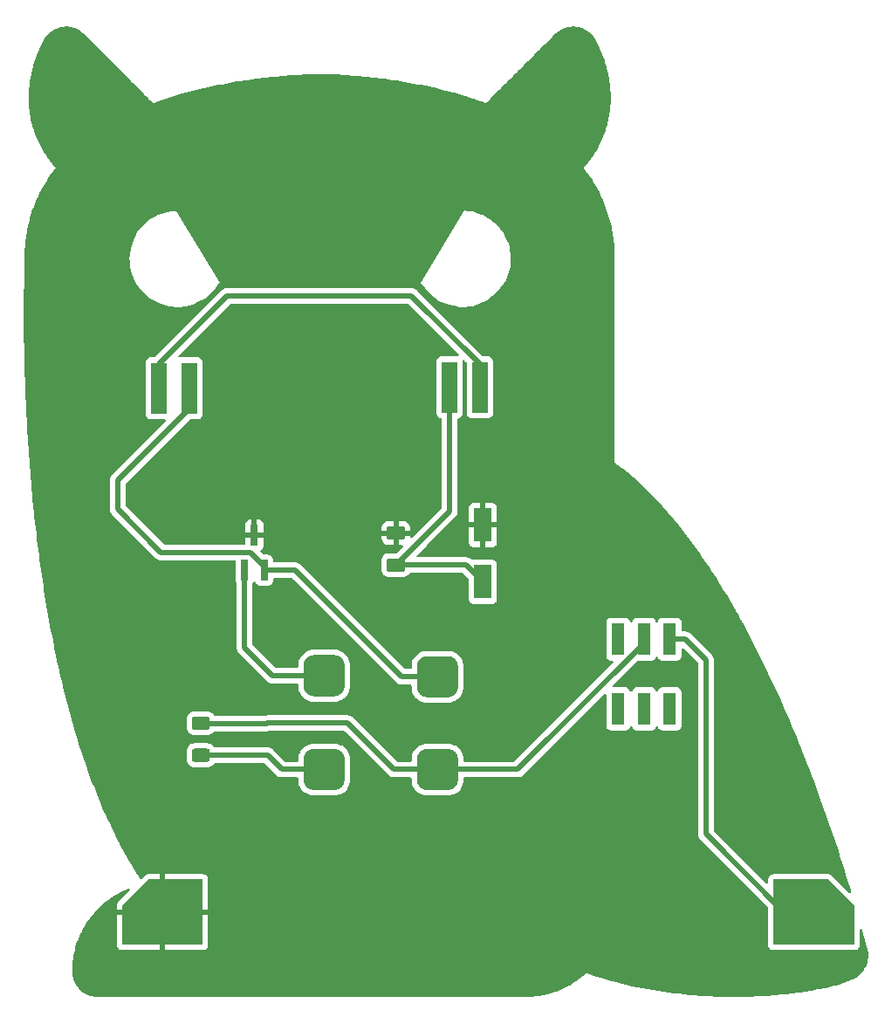
<source format=gbl>
G04 #@! TF.GenerationSoftware,KiCad,Pcbnew,7.0.2.1-36-g582732918d-dirty-deb11*
G04 #@! TF.CreationDate,2024-01-19T22:58:02+00:00*
G04 #@! TF.ProjectId,owlThief,6f776c54-6869-4656-962e-6b696361645f,rev?*
G04 #@! TF.SameCoordinates,Original*
G04 #@! TF.FileFunction,Copper,L2,Bot*
G04 #@! TF.FilePolarity,Positive*
%FSLAX46Y46*%
G04 Gerber Fmt 4.6, Leading zero omitted, Abs format (unit mm)*
G04 Created by KiCad (PCBNEW 7.0.2.1-36-g582732918d-dirty-deb11) date 2024-01-19 22:58:02*
%MOMM*%
%LPD*%
G01*
G04 APERTURE LIST*
G04 #@! TA.AperFunction,SMDPad,CuDef*
%ADD10R,1.524000X5.000000*%
G04 #@! TD*
G04 #@! TA.AperFunction,SMDPad,CuDef*
%ADD11R,1.700000X3.300000*%
G04 #@! TD*
G04 #@! TA.AperFunction,SMDPad,CuDef*
%ADD12R,0.700000X2.000000*%
G04 #@! TD*
G04 #@! TA.AperFunction,SMDPad,CuDef*
%ADD13R,1.300000X3.150000*%
G04 #@! TD*
G04 #@! TA.AperFunction,Conductor*
%ADD14C,0.500000*%
G04 #@! TD*
G04 APERTURE END LIST*
G04 #@! TA.AperFunction,SMDPad,CuDef*
G36*
G01*
X220060000Y-82445000D02*
X218760000Y-82445000D01*
G75*
G02*
X218510000Y-82195000I0J250000D01*
G01*
X218510000Y-81370000D01*
G75*
G02*
X218760000Y-81120000I250000J0D01*
G01*
X220060000Y-81120000D01*
G75*
G02*
X220310000Y-81370000I0J-250000D01*
G01*
X220310000Y-82195000D01*
G75*
G02*
X220060000Y-82445000I-250000J0D01*
G01*
G37*
G04 #@! TD.AperFunction*
G04 #@! TA.AperFunction,SMDPad,CuDef*
G36*
G01*
X220060000Y-79320000D02*
X218760000Y-79320000D01*
G75*
G02*
X218510000Y-79070000I0J250000D01*
G01*
X218510000Y-78245000D01*
G75*
G02*
X218760000Y-77995000I250000J0D01*
G01*
X220060000Y-77995000D01*
G75*
G02*
X220310000Y-78245000I0J-250000D01*
G01*
X220310000Y-79070000D01*
G75*
G02*
X220060000Y-79320000I-250000J0D01*
G01*
G37*
G04 #@! TD.AperFunction*
D10*
X196450000Y-64620000D03*
X199390000Y-64620000D03*
X224610000Y-64520000D03*
X227550000Y-64520000D03*
D11*
X227852500Y-83390000D03*
X227852500Y-77890000D03*
D12*
X206640000Y-82280000D03*
X204740000Y-82280000D03*
X205690000Y-78880000D03*
G04 #@! TA.AperFunction,SMDPad,CuDef*
G36*
G01*
X210450000Y-102600000D02*
X210450000Y-100600000D01*
G75*
G02*
X211450000Y-99600000I1000000J0D01*
G01*
X213450000Y-99600000D01*
G75*
G02*
X214450000Y-100600000I0J-1000000D01*
G01*
X214450000Y-102600000D01*
G75*
G02*
X213450000Y-103600000I-1000000J0D01*
G01*
X211450000Y-103600000D01*
G75*
G02*
X210450000Y-102600000I0J1000000D01*
G01*
G37*
G04 #@! TD.AperFunction*
G04 #@! TA.AperFunction,SMDPad,CuDef*
G36*
G01*
X210450000Y-93500000D02*
X210450000Y-91500000D01*
G75*
G02*
X211450000Y-90500000I1000000J0D01*
G01*
X213450000Y-90500000D01*
G75*
G02*
X214450000Y-91500000I0J-1000000D01*
G01*
X214450000Y-93500000D01*
G75*
G02*
X213450000Y-94500000I-1000000J0D01*
G01*
X211450000Y-94500000D01*
G75*
G02*
X210450000Y-93500000I0J1000000D01*
G01*
G37*
G04 #@! TD.AperFunction*
G04 #@! TA.AperFunction,SMDPad,CuDef*
G36*
G01*
X221450000Y-93600000D02*
X221450000Y-91600000D01*
G75*
G02*
X222450000Y-90600000I1000000J0D01*
G01*
X224450000Y-90600000D01*
G75*
G02*
X225450000Y-91600000I0J-1000000D01*
G01*
X225450000Y-93600000D01*
G75*
G02*
X224450000Y-94600000I-1000000J0D01*
G01*
X222450000Y-94600000D01*
G75*
G02*
X221450000Y-93600000I0J1000000D01*
G01*
G37*
G04 #@! TD.AperFunction*
G04 #@! TA.AperFunction,SMDPad,CuDef*
G36*
G01*
X221450000Y-102600000D02*
X221450000Y-100600000D01*
G75*
G02*
X222450000Y-99600000I1000000J0D01*
G01*
X224450000Y-99600000D01*
G75*
G02*
X225450000Y-100600000I0J-1000000D01*
G01*
X225450000Y-102600000D01*
G75*
G02*
X224450000Y-103600000I-1000000J0D01*
G01*
X222450000Y-103600000D01*
G75*
G02*
X221450000Y-102600000I0J1000000D01*
G01*
G37*
G04 #@! TD.AperFunction*
G04 #@! TA.AperFunction,SMDPad,CuDef*
G36*
G01*
X199865000Y-96470000D02*
X201115000Y-96470000D01*
G75*
G02*
X201365000Y-96720000I0J-250000D01*
G01*
X201365000Y-97520000D01*
G75*
G02*
X201115000Y-97770000I-250000J0D01*
G01*
X199865000Y-97770000D01*
G75*
G02*
X199615000Y-97520000I0J250000D01*
G01*
X199615000Y-96720000D01*
G75*
G02*
X199865000Y-96470000I250000J0D01*
G01*
G37*
G04 #@! TD.AperFunction*
G04 #@! TA.AperFunction,SMDPad,CuDef*
G36*
G01*
X199865000Y-99570000D02*
X201115000Y-99570000D01*
G75*
G02*
X201365000Y-99820000I0J-250000D01*
G01*
X201365000Y-100620000D01*
G75*
G02*
X201115000Y-100870000I-250000J0D01*
G01*
X199865000Y-100870000D01*
G75*
G02*
X199615000Y-100620000I0J250000D01*
G01*
X199615000Y-99820000D01*
G75*
G02*
X199865000Y-99570000I250000J0D01*
G01*
G37*
G04 #@! TD.AperFunction*
G04 #@! TA.AperFunction,SMDPad,CuDef*
G36*
X263900000Y-118615000D02*
G01*
X256060000Y-118615000D01*
X256060000Y-112265000D01*
X261360000Y-112265000D01*
X263900000Y-114805000D01*
X263900000Y-118615000D01*
G37*
G04 #@! TD.AperFunction*
G04 #@! TA.AperFunction,SMDPad,CuDef*
G36*
X200690000Y-118615000D02*
G01*
X192850000Y-118615000D01*
X192850000Y-114805000D01*
X195390000Y-112265000D01*
X200690000Y-112265000D01*
X200690000Y-118615000D01*
G37*
G04 #@! TD.AperFunction*
D13*
X240990000Y-95720000D03*
X243490000Y-95720000D03*
X245990000Y-95720000D03*
X240990000Y-88970000D03*
X243490000Y-88970000D03*
X245990000Y-88970000D03*
D14*
X224610000Y-64520000D02*
X224640000Y-64550000D01*
X226245000Y-81782500D02*
X227852500Y-83390000D01*
X224640000Y-64550000D02*
X224640000Y-76552500D01*
X224640000Y-76552500D02*
X219410000Y-81782500D01*
X219410000Y-81782500D02*
X226245000Y-81782500D01*
X220890000Y-55640000D02*
X227550000Y-62300000D01*
X227550000Y-62300000D02*
X227550000Y-64520000D01*
X196450000Y-62250000D02*
X203060000Y-55640000D01*
X196450000Y-64620000D02*
X196450000Y-62250000D01*
X203060000Y-55640000D02*
X220890000Y-55640000D01*
X206640000Y-82280000D02*
X209670000Y-82280000D01*
X219990000Y-92600000D02*
X223450000Y-92600000D01*
X192410000Y-76320000D02*
X196620000Y-80530000D01*
X205280000Y-80530000D02*
X206640000Y-81890000D01*
X209670000Y-82280000D02*
X219990000Y-92600000D01*
X199390000Y-64620000D02*
X199390000Y-66583604D01*
X196620000Y-80530000D02*
X205280000Y-80530000D01*
X206640000Y-81890000D02*
X206640000Y-82280000D01*
X199390000Y-66583604D02*
X192410000Y-73563604D01*
X192410000Y-73563604D02*
X192410000Y-76320000D01*
X204740000Y-82280000D02*
X204740000Y-89790000D01*
X207450000Y-92500000D02*
X212450000Y-92500000D01*
X204740000Y-89790000D02*
X207450000Y-92500000D01*
X200490000Y-100220000D02*
X206970000Y-100220000D01*
X208350000Y-101600000D02*
X212450000Y-101600000D01*
X206970000Y-100220000D02*
X208350000Y-101600000D01*
X214740000Y-97110000D02*
X206960000Y-97110000D01*
X206950000Y-97120000D02*
X200490000Y-97120000D01*
X243490000Y-88970000D02*
X243490000Y-89331396D01*
X206960000Y-97110000D02*
X206950000Y-97120000D01*
X243490000Y-89331396D02*
X231221396Y-101600000D01*
X231221396Y-101600000D02*
X223450000Y-101600000D01*
X219230000Y-101600000D02*
X214740000Y-97110000D01*
X223450000Y-101600000D02*
X219230000Y-101600000D01*
X245990000Y-88970000D02*
X247510000Y-88970000D01*
X249500000Y-107865000D02*
X257075000Y-115440000D01*
X249500000Y-90960000D02*
X249500000Y-107865000D01*
X247510000Y-88970000D02*
X249500000Y-90960000D01*
X257075000Y-115440000D02*
X259980000Y-115440000D01*
G04 #@! TA.AperFunction,Conductor*
G36*
X187614121Y-29549274D02*
G01*
X187617135Y-29549406D01*
X187622485Y-29549867D01*
X187844459Y-29578646D01*
X187849800Y-29579574D01*
X188067761Y-29627254D01*
X188073094Y-29628669D01*
X188100920Y-29637378D01*
X188285359Y-29695100D01*
X188290678Y-29697031D01*
X188495584Y-29782038D01*
X188500842Y-29784510D01*
X188696824Y-29887943D01*
X188701979Y-29890984D01*
X188802669Y-29957050D01*
X188887481Y-30012698D01*
X188892455Y-30016321D01*
X189065974Y-30156204D01*
X189070680Y-30160403D01*
X189277488Y-30364404D01*
X189490447Y-30574782D01*
X189702320Y-30784384D01*
X189915327Y-30995385D01*
X190127157Y-31205486D01*
X190339501Y-31416345D01*
X190552335Y-31627924D01*
X190762871Y-31837434D01*
X190975053Y-32048785D01*
X191187953Y-32261037D01*
X191309352Y-32382164D01*
X191399027Y-32471638D01*
X191611168Y-32683461D01*
X191823001Y-32895114D01*
X192033969Y-33106025D01*
X192246200Y-33318308D01*
X192455599Y-33527849D01*
X192666393Y-33738859D01*
X192878833Y-33951579D01*
X193087746Y-34160811D01*
X193271160Y-34344529D01*
X193290198Y-34363598D01*
X193290199Y-34363600D01*
X193290200Y-34363600D01*
X193523213Y-34597013D01*
X193541652Y-34615483D01*
X193541656Y-34615486D01*
X193674135Y-34748192D01*
X193711088Y-34785208D01*
X193711098Y-34785220D01*
X193724386Y-34798529D01*
X193752932Y-34827123D01*
X193752937Y-34827126D01*
X193920535Y-34994994D01*
X193920557Y-34995018D01*
X193924011Y-34998478D01*
X193924013Y-34998480D01*
X193941116Y-35015608D01*
X193942576Y-35017070D01*
X193946371Y-35020871D01*
X194131305Y-35206072D01*
X194131319Y-35206088D01*
X194135324Y-35210097D01*
X194135325Y-35210099D01*
X194139796Y-35214575D01*
X194154890Y-35229691D01*
X194166295Y-35241113D01*
X194166330Y-35241141D01*
X194207568Y-35282430D01*
X194343492Y-35418520D01*
X194343511Y-35418541D01*
X194346660Y-35421693D01*
X194346662Y-35421696D01*
X194356966Y-35432009D01*
X194356967Y-35432010D01*
X194372450Y-35447513D01*
X194372484Y-35447543D01*
X194426243Y-35501349D01*
X194523961Y-35599154D01*
X194551835Y-35627052D01*
X194551872Y-35627095D01*
X194568680Y-35643913D01*
X194588688Y-35663939D01*
X194588739Y-35663981D01*
X194697866Y-35773164D01*
X194762264Y-35837594D01*
X194762319Y-35837659D01*
X194769448Y-35844788D01*
X194769449Y-35844789D01*
X194779826Y-35855166D01*
X194789619Y-35864964D01*
X194799084Y-35874434D01*
X194799136Y-35874478D01*
X194977454Y-36052803D01*
X194977498Y-36052854D01*
X194980912Y-36056266D01*
X194980913Y-36056268D01*
X194992073Y-36067423D01*
X195003407Y-36078757D01*
X195010538Y-36085888D01*
X195010599Y-36085939D01*
X195185825Y-36261079D01*
X195185892Y-36261157D01*
X195203728Y-36278973D01*
X195222044Y-36297281D01*
X195222122Y-36297347D01*
X195378961Y-36454013D01*
X195397330Y-36472361D01*
X195397408Y-36472452D01*
X195414936Y-36489948D01*
X195434236Y-36509226D01*
X195434317Y-36509294D01*
X195612547Y-36687206D01*
X195612617Y-36687286D01*
X195615680Y-36690341D01*
X195615681Y-36690342D01*
X195626984Y-36701616D01*
X195638189Y-36712801D01*
X195638190Y-36712801D01*
X195645813Y-36720411D01*
X195645901Y-36720485D01*
X195803277Y-36877458D01*
X195812820Y-36892360D01*
X195814241Y-36891243D01*
X195826578Y-36906928D01*
X195826579Y-36906929D01*
X195835400Y-36912837D01*
X195841946Y-36918208D01*
X195849939Y-36924000D01*
X195855351Y-36926749D01*
X195861885Y-36930577D01*
X195864856Y-36932567D01*
X195880467Y-36943024D01*
X195880841Y-36943274D01*
X195880842Y-36943275D01*
X195884984Y-36944448D01*
X195886915Y-36945203D01*
X195888992Y-36945326D01*
X195893240Y-36945992D01*
X195893243Y-36945994D01*
X195915762Y-36942397D01*
X195923300Y-36941655D01*
X195927794Y-36941483D01*
X195929378Y-36941423D01*
X195929382Y-36941421D01*
X195939067Y-36939506D01*
X195947255Y-36937368D01*
X195957735Y-36935695D01*
X195957738Y-36935691D01*
X195975504Y-36926611D01*
X195976330Y-36928227D01*
X195991230Y-36918683D01*
X196067865Y-36890510D01*
X196112343Y-36874160D01*
X196364928Y-36783335D01*
X196618046Y-36694687D01*
X196872036Y-36608030D01*
X197126664Y-36523376D01*
X197381898Y-36440670D01*
X197637789Y-36359828D01*
X197894340Y-36280783D01*
X198151331Y-36203536D01*
X198408948Y-36127967D01*
X198666830Y-36054116D01*
X199016879Y-35957769D01*
X199367493Y-35864152D01*
X199718969Y-35773164D01*
X200071126Y-35684826D01*
X200423820Y-35599154D01*
X200777227Y-35516079D01*
X201131189Y-35435618D01*
X201485693Y-35357748D01*
X201840819Y-35282430D01*
X202196478Y-35209661D01*
X202552620Y-35139428D01*
X202909351Y-35071688D01*
X203266337Y-35006481D01*
X203624079Y-34943695D01*
X203982095Y-34883392D01*
X204340605Y-34825514D01*
X204699503Y-34770056D01*
X204865112Y-34745599D01*
X205058566Y-34717030D01*
X205418260Y-34666347D01*
X205778270Y-34618031D01*
X206138554Y-34572066D01*
X206499099Y-34528433D01*
X206859744Y-34487127D01*
X207220917Y-34448080D01*
X207582112Y-34411328D01*
X207943793Y-34376802D01*
X208305495Y-34344529D01*
X208667480Y-34314462D01*
X209029416Y-34286608D01*
X209391761Y-34260917D01*
X209754024Y-34237398D01*
X210090712Y-34217537D01*
X210091056Y-34217545D01*
X210110110Y-34216399D01*
X210116951Y-34215989D01*
X210132597Y-34215067D01*
X210132598Y-34215066D01*
X210142880Y-34214460D01*
X210143208Y-34214412D01*
X210454115Y-34195752D01*
X210790906Y-34179903D01*
X210959371Y-34174075D01*
X211127837Y-34168248D01*
X211464784Y-34160628D01*
X211801998Y-34156875D01*
X212139195Y-34156833D01*
X212476420Y-34160337D01*
X212813661Y-34167227D01*
X213150978Y-34177341D01*
X213488227Y-34190517D01*
X213825385Y-34206591D01*
X214162515Y-34225406D01*
X214499472Y-34246791D01*
X214836321Y-34270591D01*
X215173024Y-34296641D01*
X215509579Y-34324784D01*
X215910660Y-34360716D01*
X216311574Y-34399022D01*
X216712378Y-34439766D01*
X217113147Y-34483021D01*
X217513610Y-34528818D01*
X217913781Y-34577218D01*
X218313683Y-34628289D01*
X218713215Y-34682077D01*
X219112397Y-34738650D01*
X219511044Y-34798042D01*
X219909333Y-34860343D01*
X220307145Y-34925600D01*
X220704376Y-34993858D01*
X221101172Y-35065209D01*
X221497083Y-35139633D01*
X221892454Y-35217260D01*
X222287020Y-35298101D01*
X222681061Y-35382282D01*
X223074116Y-35469769D01*
X223466423Y-35560681D01*
X223857800Y-35655040D01*
X224248392Y-35752952D01*
X224637958Y-35854421D01*
X225026531Y-35959523D01*
X225414121Y-36068329D01*
X225800628Y-36180879D01*
X226185932Y-36297206D01*
X226570258Y-36417448D01*
X226953251Y-36541565D01*
X227335082Y-36669679D01*
X227715677Y-36801838D01*
X228029950Y-36914734D01*
X228047711Y-36921114D01*
X228062712Y-36930623D01*
X228063653Y-36928777D01*
X228081433Y-36937831D01*
X228081435Y-36937831D01*
X228081437Y-36937833D01*
X228092598Y-36939598D01*
X228102446Y-36942122D01*
X228110389Y-36943631D01*
X228110391Y-36943631D01*
X228110397Y-36943633D01*
X228115994Y-36943804D01*
X228123885Y-36944546D01*
X228145944Y-36948037D01*
X228145946Y-36948035D01*
X228151691Y-36947125D01*
X228152554Y-36947070D01*
X228153365Y-36946749D01*
X228158941Y-36945124D01*
X228158946Y-36945125D01*
X228177403Y-36932561D01*
X228184235Y-36928517D01*
X228189218Y-36925978D01*
X228189222Y-36925973D01*
X228195768Y-36921216D01*
X228203585Y-36914742D01*
X228212937Y-36908378D01*
X228212937Y-36908375D01*
X228212940Y-36908374D01*
X228225160Y-36892597D01*
X228226803Y-36893869D01*
X228236311Y-36878866D01*
X228412366Y-36702749D01*
X228412366Y-36702747D01*
X228613007Y-36502040D01*
X228613007Y-36502039D01*
X228630485Y-36484556D01*
X228630526Y-36484513D01*
X228759568Y-36355432D01*
X228800203Y-36314785D01*
X229047473Y-36067444D01*
X229105686Y-36009215D01*
X229214936Y-35899939D01*
X229214936Y-35899938D01*
X229403144Y-35711688D01*
X229613443Y-35501349D01*
X229813368Y-35301396D01*
X230017538Y-35097204D01*
X230017538Y-35097203D01*
X230181269Y-34933460D01*
X230195684Y-34919046D01*
X230195685Y-34919046D01*
X230405400Y-34709328D01*
X230444188Y-34670541D01*
X230638756Y-34475981D01*
X230799725Y-34315028D01*
X230828149Y-34286608D01*
X231013327Y-34101459D01*
X231221557Y-33893272D01*
X231221556Y-33893272D01*
X231258491Y-33856348D01*
X231414564Y-33700320D01*
X231564444Y-33550490D01*
X231622942Y-33492012D01*
X231622941Y-33492012D01*
X231801127Y-33313901D01*
X232020434Y-33094698D01*
X232225072Y-32890175D01*
X232225071Y-32890175D01*
X232425797Y-32689578D01*
X232425796Y-32689578D01*
X232626533Y-32488988D01*
X232626532Y-32488988D01*
X232809470Y-32306198D01*
X233028029Y-32087832D01*
X233028028Y-32087832D01*
X233228792Y-31887266D01*
X233228791Y-31887266D01*
X233416508Y-31699750D01*
X233620530Y-31495967D01*
X233824295Y-31292461D01*
X234031953Y-31085087D01*
X234031952Y-31085087D01*
X234226862Y-30890465D01*
X234423013Y-30694624D01*
X234608783Y-30509168D01*
X234613115Y-30505385D01*
X234624022Y-30493957D01*
X234626871Y-30491113D01*
X234634447Y-30483550D01*
X234634448Y-30483547D01*
X234635234Y-30482763D01*
X234638920Y-30478346D01*
X234794200Y-30315655D01*
X234797681Y-30312281D01*
X234975756Y-30152585D01*
X234979661Y-30149359D01*
X235156867Y-30014515D01*
X235169533Y-30004876D01*
X235173884Y-30001846D01*
X235374343Y-29874482D01*
X235379186Y-29871699D01*
X235589017Y-29763311D01*
X235594401Y-29760845D01*
X235812448Y-29673206D01*
X235818394Y-29671157D01*
X236043534Y-29605997D01*
X236050040Y-29604483D01*
X236284182Y-29562959D01*
X236288921Y-29562305D01*
X236355345Y-29555705D01*
X236459961Y-29545312D01*
X236465941Y-29545003D01*
X236726870Y-29544026D01*
X236733842Y-29544386D01*
X236991710Y-29572124D01*
X236998393Y-29573210D01*
X237252123Y-29628551D01*
X237258516Y-29630301D01*
X237505349Y-29712088D01*
X237511429Y-29714460D01*
X237748574Y-29821463D01*
X237754373Y-29824450D01*
X237979048Y-29955382D01*
X237984574Y-29959003D01*
X238194039Y-30112527D01*
X238199257Y-30116799D01*
X238390828Y-30291547D01*
X238395687Y-30296495D01*
X238566779Y-30491122D01*
X238571200Y-30496771D01*
X238719853Y-30710768D01*
X238723365Y-30716443D01*
X238791813Y-30841376D01*
X238821194Y-30895004D01*
X238919587Y-31082228D01*
X239014741Y-31271171D01*
X239106620Y-31461752D01*
X239195243Y-31654014D01*
X239280529Y-31847791D01*
X239362473Y-32043076D01*
X239441016Y-32239742D01*
X239516131Y-32437728D01*
X239587819Y-32637056D01*
X239656031Y-32837624D01*
X239720714Y-33039297D01*
X239781867Y-33242108D01*
X239828819Y-33408328D01*
X239839435Y-33445908D01*
X239893397Y-33650675D01*
X239943723Y-33856348D01*
X239990373Y-34062823D01*
X240033335Y-34270123D01*
X240072561Y-34478103D01*
X240108022Y-34686714D01*
X240139686Y-34895874D01*
X240167534Y-35105616D01*
X240191519Y-35315737D01*
X240211622Y-35526302D01*
X240227805Y-35737154D01*
X240240036Y-35948236D01*
X240248290Y-36159545D01*
X240252532Y-36370944D01*
X240252733Y-36582434D01*
X240248859Y-36793961D01*
X240240882Y-37005366D01*
X240228777Y-37216554D01*
X240212780Y-37422849D01*
X240192184Y-37628435D01*
X240167018Y-37833450D01*
X240137349Y-38037711D01*
X240103215Y-38241208D01*
X240064651Y-38443953D01*
X240021736Y-38645715D01*
X239974495Y-38846543D01*
X239922987Y-39046317D01*
X239867256Y-39244977D01*
X239807371Y-39442397D01*
X239743349Y-39638601D01*
X239675271Y-39833428D01*
X239603165Y-40026859D01*
X239527099Y-40218778D01*
X239447105Y-40409155D01*
X239363251Y-40597869D01*
X239275548Y-40784942D01*
X239184112Y-40970159D01*
X239088933Y-41153565D01*
X238990077Y-41335055D01*
X238887628Y-41514499D01*
X238781586Y-41691908D01*
X238672068Y-41867104D01*
X238559030Y-42040162D01*
X238442573Y-42210925D01*
X238322769Y-42379291D01*
X238199635Y-42545235D01*
X238073259Y-42708637D01*
X237943646Y-42869481D01*
X237810908Y-43027620D01*
X237688578Y-43167560D01*
X237671156Y-43184026D01*
X237662475Y-43190789D01*
X237662473Y-43190791D01*
X237656231Y-43212448D01*
X237653619Y-43219778D01*
X237644756Y-43240500D01*
X237644291Y-43245652D01*
X237644037Y-43247007D01*
X237644214Y-43248372D01*
X237644387Y-43253544D01*
X237652066Y-43274730D01*
X237654263Y-43282203D01*
X237659270Y-43304173D01*
X237659271Y-43304175D01*
X237667558Y-43311419D01*
X237684026Y-43328844D01*
X237765427Y-43433325D01*
X237839393Y-43528263D01*
X238002919Y-43747280D01*
X238161945Y-43969596D01*
X238316430Y-44195112D01*
X238466322Y-44423710D01*
X238611587Y-44655292D01*
X238752176Y-44889744D01*
X238888059Y-45126983D01*
X239019181Y-45366874D01*
X239145516Y-45609340D01*
X239267035Y-45854306D01*
X239383678Y-46101624D01*
X239495405Y-46351192D01*
X239602194Y-46602944D01*
X239703984Y-46856728D01*
X239800747Y-47112472D01*
X239892448Y-47370079D01*
X239979048Y-47629452D01*
X240060510Y-47890499D01*
X240136779Y-48153064D01*
X240207838Y-48417133D01*
X240273610Y-48682445D01*
X240334095Y-48949059D01*
X240389242Y-49216822D01*
X240439008Y-49485616D01*
X240483351Y-49755322D01*
X240522236Y-50025853D01*
X240555633Y-50297173D01*
X240583488Y-50569053D01*
X240605772Y-50841498D01*
X240622445Y-51114362D01*
X240633430Y-51386681D01*
X240634487Y-52018875D01*
X240635454Y-52660688D01*
X240636304Y-53291310D01*
X240637070Y-53930155D01*
X240637738Y-54562172D01*
X240638325Y-55198964D01*
X240638832Y-55835360D01*
X240639265Y-56475156D01*
X240639629Y-57117337D01*
X240639923Y-57752608D01*
X240640158Y-58390840D01*
X240640336Y-59019419D01*
X240640465Y-59663869D01*
X240640549Y-60298844D01*
X240640592Y-60935938D01*
X240640600Y-61568418D01*
X240640578Y-62205820D01*
X240640529Y-62845308D01*
X240640460Y-63488499D01*
X240640381Y-64099629D01*
X240640381Y-64099630D01*
X240640288Y-64736184D01*
X240640288Y-64736186D01*
X240640189Y-65372739D01*
X240640189Y-65372742D01*
X240640090Y-66009296D01*
X240640090Y-66009299D01*
X240639996Y-66645855D01*
X240639996Y-66645858D01*
X240639907Y-67314247D01*
X240639907Y-67314248D01*
X240639838Y-67950804D01*
X240639838Y-67950805D01*
X240639789Y-68587362D01*
X240639789Y-68587364D01*
X240639766Y-69192089D01*
X240639764Y-69234065D01*
X240639765Y-69234078D01*
X240639769Y-69828646D01*
X240639769Y-69842411D01*
X240639771Y-69870636D01*
X240639771Y-69870639D01*
X240639808Y-70465205D01*
X240639808Y-70465209D01*
X240639810Y-70481122D01*
X240639811Y-70507175D01*
X240639813Y-70507190D01*
X240639887Y-71101763D01*
X240639887Y-71101767D01*
X240639889Y-71115989D01*
X240639894Y-71143756D01*
X240639894Y-71143761D01*
X240640014Y-71753333D01*
X240639426Y-71784995D01*
X240639696Y-71785881D01*
X240654498Y-71815603D01*
X240655036Y-71816344D01*
X240673657Y-71829866D01*
X240680678Y-71834965D01*
X240793514Y-71920191D01*
X240991856Y-72070001D01*
X241299957Y-72309367D01*
X241604754Y-72552810D01*
X241906374Y-72800351D01*
X242204615Y-73051743D01*
X242499650Y-73307046D01*
X242791379Y-73566095D01*
X243079849Y-73828850D01*
X243365060Y-74095231D01*
X243646932Y-74365077D01*
X243925490Y-74638332D01*
X244200864Y-74915044D01*
X244472880Y-75194955D01*
X244741656Y-75478108D01*
X245007023Y-75764243D01*
X245269218Y-76053528D01*
X245545794Y-76364327D01*
X245819409Y-76677736D01*
X246089899Y-76993458D01*
X246357501Y-77311663D01*
X246622220Y-77632252D01*
X246884035Y-77955088D01*
X247143052Y-78280196D01*
X247399266Y-78607457D01*
X247652815Y-78936940D01*
X247903592Y-79268388D01*
X248151802Y-79601963D01*
X248397372Y-79937451D01*
X248640298Y-80274730D01*
X248880864Y-80614079D01*
X249118893Y-80955135D01*
X249354474Y-81297900D01*
X249587754Y-81642479D01*
X249818592Y-81988537D01*
X250047240Y-82336331D01*
X250273581Y-82685566D01*
X250497711Y-83036263D01*
X250719644Y-83388321D01*
X250939440Y-83741706D01*
X251157219Y-84096490D01*
X251372949Y-84452492D01*
X251586667Y-84809648D01*
X251798437Y-85167934D01*
X252008315Y-85527317D01*
X252216324Y-85887704D01*
X252365935Y-86149892D01*
X252422487Y-86248998D01*
X252626982Y-86611391D01*
X252829600Y-86974373D01*
X253107387Y-87480711D01*
X253382181Y-87988947D01*
X253653837Y-88498703D01*
X253922366Y-89009883D01*
X254187955Y-89522732D01*
X254450572Y-90037072D01*
X254710293Y-90552937D01*
X254967052Y-91070081D01*
X255221111Y-91588914D01*
X255472294Y-92108959D01*
X255720754Y-92630411D01*
X255966459Y-93153084D01*
X256209525Y-93677095D01*
X256449884Y-94202177D01*
X256687719Y-94728601D01*
X256922960Y-95256089D01*
X257155762Y-95784860D01*
X257386179Y-96314917D01*
X257613976Y-96845578D01*
X257839505Y-97377532D01*
X258062680Y-97910448D01*
X258283627Y-98444494D01*
X258502188Y-98979147D01*
X258718705Y-99515116D01*
X258932983Y-100051778D01*
X259145081Y-100589145D01*
X259355164Y-101127483D01*
X259563195Y-101666573D01*
X259769152Y-102206203D01*
X259973214Y-102746701D01*
X260175320Y-103287764D01*
X260375590Y-103829561D01*
X260545956Y-104297003D01*
X260714932Y-104764519D01*
X260882775Y-105232844D01*
X261049373Y-105701701D01*
X261214536Y-106170582D01*
X261378641Y-106640586D01*
X261541171Y-107110261D01*
X261702608Y-107581034D01*
X261862610Y-108051933D01*
X262021310Y-108523384D01*
X262178590Y-108995064D01*
X262334617Y-109467509D01*
X262489272Y-109940386D01*
X262642543Y-110413695D01*
X262794328Y-110887151D01*
X262944775Y-111361241D01*
X263093836Y-111835856D01*
X263241385Y-112310625D01*
X263387557Y-112786006D01*
X263532371Y-113262114D01*
X263555143Y-113337813D01*
X263584426Y-113435152D01*
X263584895Y-113506147D01*
X263546908Y-113566125D01*
X263482524Y-113596045D01*
X263412184Y-113586406D01*
X263374672Y-113560544D01*
X261690135Y-111876006D01*
X261690128Y-111876000D01*
X261690126Y-111875998D01*
X261690116Y-111875990D01*
X261622139Y-111823184D01*
X261487048Y-111767229D01*
X261401630Y-111756500D01*
X256011362Y-111756500D01*
X256011350Y-111756500D01*
X255950803Y-111763009D01*
X255950795Y-111763011D01*
X255813797Y-111814110D01*
X255813792Y-111814112D01*
X255696738Y-111901738D01*
X255609112Y-112018792D01*
X255609110Y-112018797D01*
X255558011Y-112155795D01*
X255558009Y-112155803D01*
X255551500Y-112216350D01*
X255551500Y-112539629D01*
X255531498Y-112607750D01*
X255477842Y-112654243D01*
X255407568Y-112664347D01*
X255342988Y-112634853D01*
X255336405Y-112628724D01*
X250295405Y-107587724D01*
X250261379Y-107525412D01*
X250258500Y-107498629D01*
X250258500Y-91024435D01*
X250259831Y-91006172D01*
X250261376Y-90995626D01*
X250263341Y-90982211D01*
X250260875Y-90954027D01*
X250258740Y-90929614D01*
X250258500Y-90924121D01*
X250258500Y-90915819D01*
X250254652Y-90882905D01*
X250249483Y-90823820D01*
X250247887Y-90805574D01*
X250247885Y-90805570D01*
X250246403Y-90798388D01*
X250246469Y-90798374D01*
X250244837Y-90791012D01*
X250244772Y-90791028D01*
X250243080Y-90783890D01*
X250216526Y-90710934D01*
X250210116Y-90691589D01*
X250192114Y-90637262D01*
X250192109Y-90637255D01*
X250189012Y-90630611D01*
X250189074Y-90630581D01*
X250185788Y-90623795D01*
X250185728Y-90623826D01*
X250182433Y-90617265D01*
X250139766Y-90552394D01*
X250099031Y-90486351D01*
X250099030Y-90486349D01*
X250099027Y-90486346D01*
X250094478Y-90480592D01*
X250094531Y-90480549D01*
X250089766Y-90474700D01*
X250089715Y-90474744D01*
X250084998Y-90469122D01*
X250028518Y-90415837D01*
X248091908Y-88479227D01*
X248079936Y-88465375D01*
X248065469Y-88445942D01*
X248065467Y-88445940D01*
X248025024Y-88412003D01*
X248020970Y-88408289D01*
X248015107Y-88402425D01*
X248000435Y-88390824D01*
X247989103Y-88381863D01*
X247929640Y-88331968D01*
X247929638Y-88331967D01*
X247929636Y-88331965D01*
X247923506Y-88327933D01*
X247923541Y-88327878D01*
X247917187Y-88323829D01*
X247917153Y-88323886D01*
X247910906Y-88320033D01*
X247840540Y-88287220D01*
X247771188Y-88252391D01*
X247771186Y-88252390D01*
X247771183Y-88252389D01*
X247764289Y-88249880D01*
X247764311Y-88249817D01*
X247757189Y-88247341D01*
X247757169Y-88247404D01*
X247750209Y-88245097D01*
X247674150Y-88229392D01*
X247598652Y-88211499D01*
X247591367Y-88210648D01*
X247591374Y-88210580D01*
X247583877Y-88209814D01*
X247583872Y-88209881D01*
X247576559Y-88209241D01*
X247576558Y-88209241D01*
X247498920Y-88211500D01*
X247274500Y-88211500D01*
X247206379Y-88191498D01*
X247159886Y-88137842D01*
X247148500Y-88085500D01*
X247148500Y-87346367D01*
X247148499Y-87346350D01*
X247141990Y-87285803D01*
X247141988Y-87285795D01*
X247104508Y-87185309D01*
X247090889Y-87148796D01*
X247090888Y-87148794D01*
X247090887Y-87148792D01*
X247003261Y-87031738D01*
X246886207Y-86944112D01*
X246886202Y-86944110D01*
X246749204Y-86893011D01*
X246749196Y-86893009D01*
X246688649Y-86886500D01*
X246688638Y-86886500D01*
X245291362Y-86886500D01*
X245291350Y-86886500D01*
X245230803Y-86893009D01*
X245230795Y-86893011D01*
X245093797Y-86944110D01*
X245093792Y-86944112D01*
X244976738Y-87031738D01*
X244889112Y-87148792D01*
X244889110Y-87148797D01*
X244858055Y-87232058D01*
X244815508Y-87288894D01*
X244748988Y-87313704D01*
X244679614Y-87298612D01*
X244629412Y-87248410D01*
X244621945Y-87232058D01*
X244603280Y-87182018D01*
X244590889Y-87148796D01*
X244590888Y-87148794D01*
X244590887Y-87148792D01*
X244503261Y-87031738D01*
X244386207Y-86944112D01*
X244386202Y-86944110D01*
X244249204Y-86893011D01*
X244249196Y-86893009D01*
X244188649Y-86886500D01*
X244188638Y-86886500D01*
X242791362Y-86886500D01*
X242791350Y-86886500D01*
X242730803Y-86893009D01*
X242730795Y-86893011D01*
X242593797Y-86944110D01*
X242593792Y-86944112D01*
X242476738Y-87031738D01*
X242389112Y-87148792D01*
X242389110Y-87148797D01*
X242358055Y-87232058D01*
X242315508Y-87288894D01*
X242248988Y-87313704D01*
X242179614Y-87298612D01*
X242129412Y-87248410D01*
X242121945Y-87232058D01*
X242103280Y-87182018D01*
X242090889Y-87148796D01*
X242090888Y-87148794D01*
X242090887Y-87148792D01*
X242003261Y-87031738D01*
X241886207Y-86944112D01*
X241886202Y-86944110D01*
X241749204Y-86893011D01*
X241749196Y-86893009D01*
X241688649Y-86886500D01*
X241688638Y-86886500D01*
X240291362Y-86886500D01*
X240291350Y-86886500D01*
X240230803Y-86893009D01*
X240230795Y-86893011D01*
X240093797Y-86944110D01*
X240093792Y-86944112D01*
X239976738Y-87031738D01*
X239889112Y-87148792D01*
X239889110Y-87148797D01*
X239838011Y-87285795D01*
X239838009Y-87285803D01*
X239831500Y-87346350D01*
X239831500Y-90593649D01*
X239838009Y-90654196D01*
X239838011Y-90654204D01*
X239889110Y-90791202D01*
X239889112Y-90791207D01*
X239976738Y-90908261D01*
X240093792Y-90995887D01*
X240093794Y-90995888D01*
X240093796Y-90995889D01*
X240121366Y-91006172D01*
X240230795Y-91046988D01*
X240230803Y-91046990D01*
X240291350Y-91053499D01*
X240291355Y-91053499D01*
X240291362Y-91053500D01*
X240391025Y-91053500D01*
X240459146Y-91073502D01*
X240505639Y-91127158D01*
X240515743Y-91197432D01*
X240486249Y-91262012D01*
X240480120Y-91268595D01*
X230944120Y-100804595D01*
X230881808Y-100838621D01*
X230855025Y-100841500D01*
X226084499Y-100841500D01*
X226016378Y-100821498D01*
X225969885Y-100767842D01*
X225958499Y-100715500D01*
X225958499Y-100530480D01*
X225954168Y-100469147D01*
X225948395Y-100387362D01*
X225894882Y-100149756D01*
X225881111Y-100115540D01*
X225803951Y-99923820D01*
X225803948Y-99923816D01*
X225803947Y-99923812D01*
X225677946Y-99715380D01*
X225520141Y-99529859D01*
X225334620Y-99372054D01*
X225334621Y-99372054D01*
X225334618Y-99372052D01*
X225200756Y-99291131D01*
X225126188Y-99246053D01*
X225126185Y-99246052D01*
X225126179Y-99246048D01*
X225126180Y-99246048D01*
X224900248Y-99155119D01*
X224900246Y-99155118D01*
X224662634Y-99101604D01*
X224662639Y-99101604D01*
X224519522Y-99091500D01*
X224519515Y-99091500D01*
X223367730Y-99091500D01*
X222380480Y-99091501D01*
X222237370Y-99101604D01*
X222237363Y-99101604D01*
X222237362Y-99101605D01*
X222237361Y-99101605D01*
X222237355Y-99101606D01*
X221999753Y-99155118D01*
X221999751Y-99155119D01*
X221773820Y-99246048D01*
X221565381Y-99372052D01*
X221379859Y-99529859D01*
X221222052Y-99715381D01*
X221096048Y-99923820D01*
X221005119Y-100149751D01*
X221005118Y-100149753D01*
X220951604Y-100387362D01*
X220941500Y-100530478D01*
X220941500Y-100715500D01*
X220921498Y-100783621D01*
X220867842Y-100830114D01*
X220815500Y-100841500D01*
X219596371Y-100841500D01*
X219528250Y-100821498D01*
X219507276Y-100804595D01*
X215321908Y-96619227D01*
X215309936Y-96605375D01*
X215295469Y-96585942D01*
X215295467Y-96585940D01*
X215255024Y-96552003D01*
X215250970Y-96548289D01*
X215245107Y-96542425D01*
X215219104Y-96521864D01*
X215159636Y-96471965D01*
X215153506Y-96467933D01*
X215153541Y-96467878D01*
X215147187Y-96463829D01*
X215147153Y-96463886D01*
X215140906Y-96460033D01*
X215070540Y-96427220D01*
X215051639Y-96417728D01*
X215001188Y-96392391D01*
X215001186Y-96392390D01*
X215001183Y-96392389D01*
X214994289Y-96389880D01*
X214994311Y-96389817D01*
X214987189Y-96387341D01*
X214987169Y-96387404D01*
X214980209Y-96385097D01*
X214904150Y-96369392D01*
X214828652Y-96351499D01*
X214821367Y-96350648D01*
X214821374Y-96350580D01*
X214813877Y-96349814D01*
X214813872Y-96349881D01*
X214806559Y-96349241D01*
X214806558Y-96349241D01*
X214728920Y-96351500D01*
X207024441Y-96351500D01*
X207006181Y-96350170D01*
X206982211Y-96346659D01*
X206929615Y-96351260D01*
X206924122Y-96351500D01*
X206915818Y-96351500D01*
X206893876Y-96354064D01*
X206882905Y-96355347D01*
X206815319Y-96361260D01*
X206809833Y-96361500D01*
X201855380Y-96361500D01*
X201787259Y-96341498D01*
X201748140Y-96301648D01*
X201714031Y-96246349D01*
X201714024Y-96246341D01*
X201588658Y-96120975D01*
X201588652Y-96120970D01*
X201437738Y-96027885D01*
X201353582Y-95999999D01*
X201269427Y-95972113D01*
X201269420Y-95972112D01*
X201165553Y-95961500D01*
X199814455Y-95961500D01*
X199710574Y-95972112D01*
X199542261Y-96027885D01*
X199391347Y-96120970D01*
X199391341Y-96120975D01*
X199265975Y-96246341D01*
X199265970Y-96246347D01*
X199172885Y-96397262D01*
X199117113Y-96565572D01*
X199117112Y-96565579D01*
X199106500Y-96669446D01*
X199106500Y-97570544D01*
X199117112Y-97674425D01*
X199172885Y-97842738D01*
X199265970Y-97993652D01*
X199265975Y-97993658D01*
X199391341Y-98119024D01*
X199391347Y-98119029D01*
X199391348Y-98119030D01*
X199542262Y-98212115D01*
X199710574Y-98267887D01*
X199814455Y-98278500D01*
X201165544Y-98278499D01*
X201269426Y-98267887D01*
X201437738Y-98212115D01*
X201588652Y-98119030D01*
X201714030Y-97993652D01*
X201748140Y-97938352D01*
X201800926Y-97890875D01*
X201855380Y-97878500D01*
X206885559Y-97878500D01*
X206903819Y-97879830D01*
X206908715Y-97880547D01*
X206927789Y-97883341D01*
X206961146Y-97880422D01*
X206980385Y-97878740D01*
X206985878Y-97878500D01*
X206994176Y-97878500D01*
X206994180Y-97878500D01*
X207020512Y-97875421D01*
X207027096Y-97874652D01*
X207094682Y-97868740D01*
X207100175Y-97868500D01*
X214373629Y-97868500D01*
X214441750Y-97888502D01*
X214462724Y-97905405D01*
X218648092Y-102090773D01*
X218660065Y-102104627D01*
X218671507Y-102119997D01*
X218674531Y-102124058D01*
X218704929Y-102149565D01*
X218714975Y-102157994D01*
X218719021Y-102161702D01*
X218724900Y-102167581D01*
X218750895Y-102188135D01*
X218810360Y-102238032D01*
X218810366Y-102238035D01*
X218816495Y-102242067D01*
X218816458Y-102242122D01*
X218822811Y-102246169D01*
X218822847Y-102246113D01*
X218829092Y-102249965D01*
X218829095Y-102249967D01*
X218899452Y-102282775D01*
X218968812Y-102317609D01*
X218968813Y-102317609D01*
X218968817Y-102317611D01*
X218975713Y-102320121D01*
X218975689Y-102320185D01*
X218982805Y-102322659D01*
X218982827Y-102322595D01*
X218989791Y-102324903D01*
X219065849Y-102340607D01*
X219096561Y-102347886D01*
X219141344Y-102358500D01*
X219141350Y-102358500D01*
X219148633Y-102359352D01*
X219148625Y-102359419D01*
X219156122Y-102360185D01*
X219156128Y-102360119D01*
X219163435Y-102360757D01*
X219163442Y-102360759D01*
X219241080Y-102358500D01*
X220815501Y-102358500D01*
X220883622Y-102378502D01*
X220930115Y-102432158D01*
X220941501Y-102484500D01*
X220941501Y-102669520D01*
X220951604Y-102812629D01*
X220951606Y-102812644D01*
X221005118Y-103050246D01*
X221005119Y-103050248D01*
X221096048Y-103276179D01*
X221222052Y-103484618D01*
X221222054Y-103484620D01*
X221379859Y-103670141D01*
X221506522Y-103777881D01*
X221565381Y-103827947D01*
X221632311Y-103868407D01*
X221773812Y-103953947D01*
X221773816Y-103953948D01*
X221773820Y-103953951D01*
X221773819Y-103953951D01*
X221999751Y-104044880D01*
X221999753Y-104044881D01*
X221999754Y-104044881D01*
X221999756Y-104044882D01*
X222237362Y-104098395D01*
X222237360Y-104098395D01*
X222380478Y-104108500D01*
X222380484Y-104108499D01*
X222380485Y-104108500D01*
X223532269Y-104108499D01*
X224519520Y-104108499D01*
X224576763Y-104104457D01*
X224662638Y-104098395D01*
X224900244Y-104044882D01*
X225015028Y-103998685D01*
X225126179Y-103953951D01*
X225126180Y-103953949D01*
X225126188Y-103953947D01*
X225334620Y-103827946D01*
X225520141Y-103670141D01*
X225677946Y-103484620D01*
X225803947Y-103276188D01*
X225894882Y-103050244D01*
X225948395Y-102812638D01*
X225949658Y-102794747D01*
X225958500Y-102669522D01*
X225958500Y-102484500D01*
X225978502Y-102416379D01*
X226032158Y-102369886D01*
X226084500Y-102358500D01*
X231156955Y-102358500D01*
X231175215Y-102359830D01*
X231180111Y-102360547D01*
X231199185Y-102363341D01*
X231232542Y-102360422D01*
X231251781Y-102358740D01*
X231257274Y-102358500D01*
X231265572Y-102358500D01*
X231265576Y-102358500D01*
X231291908Y-102355421D01*
X231298492Y-102354652D01*
X231305257Y-102354060D01*
X231375822Y-102347887D01*
X231375828Y-102347884D01*
X231383014Y-102346402D01*
X231383027Y-102346468D01*
X231390383Y-102344836D01*
X231390368Y-102344771D01*
X231397500Y-102343079D01*
X231397509Y-102343079D01*
X231470461Y-102316526D01*
X231544134Y-102292114D01*
X231544136Y-102292112D01*
X231550785Y-102289012D01*
X231550814Y-102289074D01*
X231557599Y-102285789D01*
X231557569Y-102285729D01*
X231564124Y-102282436D01*
X231564128Y-102282435D01*
X231629001Y-102239766D01*
X231695047Y-102199030D01*
X231695056Y-102199020D01*
X231700804Y-102194477D01*
X231700846Y-102194531D01*
X231706685Y-102189775D01*
X231706642Y-102189723D01*
X231712261Y-102185006D01*
X231712270Y-102185001D01*
X231765559Y-102128517D01*
X239616405Y-94277671D01*
X239678717Y-94243645D01*
X239749532Y-94248710D01*
X239806368Y-94291257D01*
X239831179Y-94357777D01*
X239831500Y-94366766D01*
X239831500Y-97343649D01*
X239838009Y-97404196D01*
X239838011Y-97404204D01*
X239889110Y-97541202D01*
X239889112Y-97541207D01*
X239976738Y-97658261D01*
X240093792Y-97745887D01*
X240093794Y-97745888D01*
X240093796Y-97745889D01*
X240152875Y-97767924D01*
X240230795Y-97796988D01*
X240230803Y-97796990D01*
X240291350Y-97803499D01*
X240291355Y-97803499D01*
X240291362Y-97803500D01*
X240291368Y-97803500D01*
X241688632Y-97803500D01*
X241688638Y-97803500D01*
X241688645Y-97803499D01*
X241688649Y-97803499D01*
X241749196Y-97796990D01*
X241749199Y-97796989D01*
X241749201Y-97796989D01*
X241886204Y-97745889D01*
X241981669Y-97674425D01*
X242003261Y-97658261D01*
X242090887Y-97541207D01*
X242090889Y-97541203D01*
X242090890Y-97541202D01*
X242121945Y-97457941D01*
X242164491Y-97401105D01*
X242231012Y-97376295D01*
X242300386Y-97391387D01*
X242350588Y-97441589D01*
X242358055Y-97457941D01*
X242389110Y-97541203D01*
X242389112Y-97541207D01*
X242476738Y-97658261D01*
X242593792Y-97745887D01*
X242593794Y-97745888D01*
X242593796Y-97745889D01*
X242652875Y-97767924D01*
X242730795Y-97796988D01*
X242730803Y-97796990D01*
X242791350Y-97803499D01*
X242791355Y-97803499D01*
X242791362Y-97803500D01*
X242791368Y-97803500D01*
X244188632Y-97803500D01*
X244188638Y-97803500D01*
X244188645Y-97803499D01*
X244188649Y-97803499D01*
X244249196Y-97796990D01*
X244249199Y-97796989D01*
X244249201Y-97796989D01*
X244386204Y-97745889D01*
X244481669Y-97674425D01*
X244503261Y-97658261D01*
X244590887Y-97541207D01*
X244590889Y-97541203D01*
X244590890Y-97541202D01*
X244621945Y-97457941D01*
X244664491Y-97401105D01*
X244731012Y-97376295D01*
X244800386Y-97391387D01*
X244850588Y-97441589D01*
X244858055Y-97457941D01*
X244889110Y-97541203D01*
X244889112Y-97541207D01*
X244976738Y-97658261D01*
X245093792Y-97745887D01*
X245093794Y-97745888D01*
X245093796Y-97745889D01*
X245152875Y-97767924D01*
X245230795Y-97796988D01*
X245230803Y-97796990D01*
X245291350Y-97803499D01*
X245291355Y-97803499D01*
X245291362Y-97803500D01*
X245291368Y-97803500D01*
X246688632Y-97803500D01*
X246688638Y-97803500D01*
X246688645Y-97803499D01*
X246688649Y-97803499D01*
X246749196Y-97796990D01*
X246749199Y-97796989D01*
X246749201Y-97796989D01*
X246886204Y-97745889D01*
X246981669Y-97674425D01*
X247003261Y-97658261D01*
X247090887Y-97541207D01*
X247090887Y-97541206D01*
X247090889Y-97541204D01*
X247141989Y-97404201D01*
X247147329Y-97354535D01*
X247148499Y-97343649D01*
X247148500Y-97343632D01*
X247148500Y-94096367D01*
X247148499Y-94096350D01*
X247141990Y-94035803D01*
X247141988Y-94035795D01*
X247090889Y-93898797D01*
X247090887Y-93898792D01*
X247003261Y-93781738D01*
X246886207Y-93694112D01*
X246886202Y-93694110D01*
X246749204Y-93643011D01*
X246749196Y-93643009D01*
X246688649Y-93636500D01*
X246688638Y-93636500D01*
X245291362Y-93636500D01*
X245291350Y-93636500D01*
X245230803Y-93643009D01*
X245230795Y-93643011D01*
X245093797Y-93694110D01*
X245093792Y-93694112D01*
X244976738Y-93781738D01*
X244889112Y-93898792D01*
X244889110Y-93898797D01*
X244858055Y-93982058D01*
X244815508Y-94038894D01*
X244748988Y-94063704D01*
X244679614Y-94048612D01*
X244629412Y-93998410D01*
X244621945Y-93982058D01*
X244590889Y-93898797D01*
X244590887Y-93898792D01*
X244503261Y-93781738D01*
X244386207Y-93694112D01*
X244386202Y-93694110D01*
X244249204Y-93643011D01*
X244249196Y-93643009D01*
X244188649Y-93636500D01*
X244188638Y-93636500D01*
X242791362Y-93636500D01*
X242791350Y-93636500D01*
X242730803Y-93643009D01*
X242730795Y-93643011D01*
X242593797Y-93694110D01*
X242593792Y-93694112D01*
X242476738Y-93781738D01*
X242389112Y-93898792D01*
X242389110Y-93898797D01*
X242358055Y-93982058D01*
X242315508Y-94038894D01*
X242248988Y-94063704D01*
X242179614Y-94048612D01*
X242129412Y-93998410D01*
X242121945Y-93982058D01*
X242090889Y-93898797D01*
X242090887Y-93898792D01*
X242003261Y-93781738D01*
X241886207Y-93694112D01*
X241886202Y-93694110D01*
X241749204Y-93643011D01*
X241749196Y-93643009D01*
X241688649Y-93636500D01*
X241688638Y-93636500D01*
X240561766Y-93636500D01*
X240493645Y-93616498D01*
X240447152Y-93562842D01*
X240437048Y-93492568D01*
X240466542Y-93427988D01*
X240472671Y-93421405D01*
X242803672Y-91090405D01*
X242865984Y-91056379D01*
X242892767Y-91053500D01*
X244188632Y-91053500D01*
X244188638Y-91053500D01*
X244188645Y-91053499D01*
X244188649Y-91053499D01*
X244249196Y-91046990D01*
X244249199Y-91046989D01*
X244249201Y-91046989D01*
X244386204Y-90995889D01*
X244386556Y-90995626D01*
X244503261Y-90908261D01*
X244590887Y-90791207D01*
X244590889Y-90791203D01*
X244590890Y-90791202D01*
X244619170Y-90715380D01*
X244621945Y-90707941D01*
X244664491Y-90651105D01*
X244731012Y-90626295D01*
X244800386Y-90641387D01*
X244850588Y-90691589D01*
X244858055Y-90707941D01*
X244889110Y-90791203D01*
X244889112Y-90791207D01*
X244976738Y-90908261D01*
X245093792Y-90995887D01*
X245093794Y-90995888D01*
X245093796Y-90995889D01*
X245121366Y-91006172D01*
X245230795Y-91046988D01*
X245230803Y-91046990D01*
X245291350Y-91053499D01*
X245291355Y-91053499D01*
X245291362Y-91053500D01*
X245291368Y-91053500D01*
X246688632Y-91053500D01*
X246688638Y-91053500D01*
X246688645Y-91053499D01*
X246688649Y-91053499D01*
X246749196Y-91046990D01*
X246749199Y-91046989D01*
X246749201Y-91046989D01*
X246886204Y-90995889D01*
X246886556Y-90995626D01*
X247003261Y-90908261D01*
X247090887Y-90791207D01*
X247090887Y-90791206D01*
X247090889Y-90791204D01*
X247141989Y-90654201D01*
X247143471Y-90640421D01*
X247148499Y-90593649D01*
X247148500Y-90593632D01*
X247148500Y-89985371D01*
X247168502Y-89917250D01*
X247222158Y-89870757D01*
X247292432Y-89860653D01*
X247357012Y-89890147D01*
X247363595Y-89896276D01*
X248704595Y-91237276D01*
X248738621Y-91299588D01*
X248741500Y-91326371D01*
X248741500Y-107800559D01*
X248740170Y-107818819D01*
X248736659Y-107842786D01*
X248736659Y-107842794D01*
X248741260Y-107895372D01*
X248741500Y-107900866D01*
X248741500Y-107909182D01*
X248745347Y-107942094D01*
X248752112Y-108019419D01*
X248753596Y-108026606D01*
X248753531Y-108026619D01*
X248755165Y-108033989D01*
X248755229Y-108033975D01*
X248756921Y-108041116D01*
X248776835Y-108095827D01*
X248783473Y-108114065D01*
X248795571Y-108150575D01*
X248807885Y-108187736D01*
X248810987Y-108194388D01*
X248810926Y-108194416D01*
X248814211Y-108201202D01*
X248814270Y-108201173D01*
X248817560Y-108207724D01*
X248817564Y-108207731D01*
X248817565Y-108207732D01*
X248834634Y-108233684D01*
X248860233Y-108272605D01*
X248900967Y-108338648D01*
X248905522Y-108344408D01*
X248905468Y-108344450D01*
X248910228Y-108350292D01*
X248910279Y-108350250D01*
X248914993Y-108355868D01*
X248971482Y-108409163D01*
X255514595Y-114952276D01*
X255548621Y-115014588D01*
X255551500Y-115041371D01*
X255551500Y-118663649D01*
X255558009Y-118724196D01*
X255558011Y-118724204D01*
X255609110Y-118861202D01*
X255609112Y-118861207D01*
X255696738Y-118978261D01*
X255813792Y-119065887D01*
X255813794Y-119065888D01*
X255813796Y-119065889D01*
X255872875Y-119087924D01*
X255950795Y-119116988D01*
X255950803Y-119116990D01*
X256011350Y-119123499D01*
X256011355Y-119123499D01*
X256011362Y-119123500D01*
X256011368Y-119123500D01*
X263948632Y-119123500D01*
X263948638Y-119123500D01*
X263948645Y-119123499D01*
X263948649Y-119123499D01*
X264009196Y-119116990D01*
X264009199Y-119116989D01*
X264009201Y-119116989D01*
X264146204Y-119065889D01*
X264146799Y-119065444D01*
X264263261Y-118978261D01*
X264350887Y-118861207D01*
X264350887Y-118861206D01*
X264350889Y-118861204D01*
X264401989Y-118724201D01*
X264408500Y-118663638D01*
X264408500Y-117187430D01*
X264428502Y-117119309D01*
X264482158Y-117072816D01*
X264552432Y-117062712D01*
X264617012Y-117092206D01*
X264655396Y-117151932D01*
X264656033Y-117154179D01*
X264768259Y-117564365D01*
X264897928Y-118044411D01*
X265026081Y-118525054D01*
X265152175Y-119004275D01*
X265186657Y-119158133D01*
X265187570Y-119163153D01*
X265213912Y-119350755D01*
X265218876Y-119386112D01*
X265220164Y-119395280D01*
X265220714Y-119401250D01*
X265230501Y-119621742D01*
X265231052Y-119634142D01*
X265231038Y-119640014D01*
X265228611Y-119689456D01*
X265219601Y-119872979D01*
X265219047Y-119878776D01*
X265186160Y-120109679D01*
X265185076Y-120115390D01*
X265131101Y-120342113D01*
X265129483Y-120347736D01*
X265054805Y-120568222D01*
X265052637Y-120573751D01*
X264957696Y-120785882D01*
X264954951Y-120791299D01*
X264840180Y-120993066D01*
X264836830Y-120998331D01*
X264702669Y-121187763D01*
X264698689Y-121192814D01*
X264542720Y-121371228D01*
X264540482Y-121373656D01*
X264436640Y-121480506D01*
X264433002Y-121483962D01*
X264265353Y-121631015D01*
X264261014Y-121634494D01*
X264082409Y-121765203D01*
X264078296Y-121767971D01*
X263888848Y-121884928D01*
X263885107Y-121887064D01*
X263686111Y-121991859D01*
X263682836Y-121993464D01*
X263475706Y-122087663D01*
X263472948Y-122088839D01*
X263279643Y-122165877D01*
X263258104Y-122174461D01*
X263037358Y-122252946D01*
X262813698Y-122325472D01*
X262588802Y-122393780D01*
X262365620Y-122459267D01*
X262110142Y-122525548D01*
X261852987Y-122589802D01*
X261595382Y-122651755D01*
X261337225Y-122711473D01*
X261078545Y-122768988D01*
X260819436Y-122824321D01*
X260559919Y-122877509D01*
X260300015Y-122928590D01*
X260039630Y-122977622D01*
X259778872Y-123024627D01*
X259517793Y-123069633D01*
X259256246Y-123112707D01*
X258994375Y-123153865D01*
X258732360Y-123193120D01*
X258469768Y-123230576D01*
X258207102Y-123266199D01*
X258075777Y-123283111D01*
X257943986Y-123300083D01*
X257680834Y-123332211D01*
X257417288Y-123362670D01*
X257153558Y-123391472D01*
X256889688Y-123418652D01*
X256625460Y-123444272D01*
X256361311Y-123468327D01*
X256096833Y-123490895D01*
X255832292Y-123511992D01*
X255567857Y-123531643D01*
X255303011Y-123549927D01*
X255038309Y-123566842D01*
X254773436Y-123582446D01*
X254508561Y-123596770D01*
X254243538Y-123609857D01*
X253979153Y-123621710D01*
X253470247Y-123638204D01*
X252961152Y-123649393D01*
X252451872Y-123655245D01*
X251942390Y-123655733D01*
X251432874Y-123650822D01*
X250923493Y-123640487D01*
X250414224Y-123624695D01*
X249905058Y-123603413D01*
X249396164Y-123576614D01*
X248887598Y-123544267D01*
X248379457Y-123506344D01*
X247871812Y-123462814D01*
X247364630Y-123413638D01*
X246858078Y-123358795D01*
X246352236Y-123298254D01*
X245847099Y-123231976D01*
X245342882Y-123159950D01*
X244839506Y-123082126D01*
X244337206Y-122998497D01*
X243835804Y-122908992D01*
X243335625Y-122813624D01*
X242836566Y-122712333D01*
X242338854Y-122605117D01*
X241842402Y-122491913D01*
X241347444Y-122372728D01*
X240853878Y-122247490D01*
X240361941Y-122116209D01*
X239871534Y-121978812D01*
X239382901Y-121835315D01*
X238895966Y-121685644D01*
X238410888Y-121529795D01*
X237973315Y-121383025D01*
X237949287Y-121372044D01*
X237948969Y-121371856D01*
X237925413Y-121366599D01*
X237919102Y-121364842D01*
X237912080Y-121362487D01*
X237912079Y-121362486D01*
X237912077Y-121362486D01*
X237912073Y-121362485D01*
X237902302Y-121360843D01*
X237902354Y-121360529D01*
X237893795Y-121359544D01*
X237885225Y-121357631D01*
X237874134Y-121358684D01*
X237863504Y-121362027D01*
X237856355Y-121367119D01*
X237848853Y-121371354D01*
X237849024Y-121371623D01*
X237840650Y-121376940D01*
X237835099Y-121381838D01*
X237829967Y-121385912D01*
X237810309Y-121399912D01*
X237810082Y-121400219D01*
X237792217Y-121419671D01*
X237535637Y-121646041D01*
X237533361Y-121647955D01*
X237231599Y-121889852D01*
X237229266Y-121891635D01*
X236916614Y-122119174D01*
X236914229Y-122120827D01*
X236591423Y-122333729D01*
X236588989Y-122335256D01*
X236256759Y-122533252D01*
X236254278Y-122534655D01*
X235913392Y-122717449D01*
X235910868Y-122718731D01*
X235562044Y-122886063D01*
X235559476Y-122887224D01*
X235298149Y-122998497D01*
X235202173Y-123039363D01*
X234978820Y-123122907D01*
X234837109Y-123175913D01*
X234466293Y-123296066D01*
X234091854Y-123399165D01*
X234089116Y-123399853D01*
X233711844Y-123485755D01*
X233709062Y-123486323D01*
X233328314Y-123555139D01*
X233325488Y-123555584D01*
X232942096Y-123607036D01*
X232939227Y-123607355D01*
X232686482Y-123629550D01*
X232553846Y-123641197D01*
X232550944Y-123641384D01*
X232173026Y-123656995D01*
X232162592Y-123657426D01*
X230905829Y-123658043D01*
X229634780Y-123658605D01*
X228382902Y-123659098D01*
X227129827Y-123659537D01*
X225852272Y-123659929D01*
X224596393Y-123660264D01*
X223338906Y-123660552D01*
X222079896Y-123660797D01*
X220819387Y-123661001D01*
X219555531Y-123661167D01*
X218288234Y-123661299D01*
X217017009Y-123661399D01*
X215776841Y-123661468D01*
X214507896Y-123661513D01*
X213221349Y-123661535D01*
X213221348Y-123661535D01*
X211987611Y-123661536D01*
X210729529Y-123661522D01*
X210729528Y-123661522D01*
X209467701Y-123661494D01*
X209467699Y-123661494D01*
X208197475Y-123661456D01*
X206912205Y-123661409D01*
X206912202Y-123661409D01*
X205650375Y-123661359D01*
X205650372Y-123661359D01*
X204388545Y-123661308D01*
X204388542Y-123661308D01*
X203126715Y-123661259D01*
X203126712Y-123661259D01*
X201896718Y-123661217D01*
X201881288Y-123661216D01*
X201864883Y-123661216D01*
X200634889Y-123661181D01*
X200634887Y-123661181D01*
X199373058Y-123661157D01*
X199373057Y-123661157D01*
X198111225Y-123661147D01*
X198092500Y-123661147D01*
X198079393Y-123661147D01*
X198079392Y-123661147D01*
X196817562Y-123661154D01*
X196817559Y-123661154D01*
X195587565Y-123661181D01*
X195572089Y-123661181D01*
X195555733Y-123661182D01*
X195555731Y-123661182D01*
X194325736Y-123661233D01*
X194325734Y-123661233D01*
X193063903Y-123661311D01*
X193062585Y-123661311D01*
X193032072Y-123661313D01*
X193032069Y-123661313D01*
X191787104Y-123661420D01*
X191579071Y-123657515D01*
X191572895Y-123656995D01*
X191572043Y-123657001D01*
X191572042Y-123657001D01*
X191558045Y-123657105D01*
X191557451Y-123657109D01*
X191555329Y-123657070D01*
X191542011Y-123656821D01*
X191535808Y-123657273D01*
X191351489Y-123658662D01*
X191348241Y-123658448D01*
X191325733Y-123658857D01*
X191303279Y-123659025D01*
X191300033Y-123659322D01*
X191099155Y-123662964D01*
X191095279Y-123663035D01*
X190866642Y-123666038D01*
X190639803Y-123664337D01*
X190634011Y-123664082D01*
X190416864Y-123654542D01*
X190413581Y-123654312D01*
X190195333Y-123633266D01*
X190191097Y-123632712D01*
X189975951Y-123597121D01*
X189971258Y-123596160D01*
X189913832Y-123582109D01*
X189782975Y-123550090D01*
X189777633Y-123548528D01*
X189595946Y-123486572D01*
X189590891Y-123484602D01*
X189415344Y-123407313D01*
X189410614Y-123404990D01*
X189391022Y-123394328D01*
X189242022Y-123313243D01*
X189237623Y-123310612D01*
X189076759Y-123205267D01*
X189072688Y-123202364D01*
X188920387Y-123084326D01*
X188916625Y-123081167D01*
X188773769Y-122951401D01*
X188770317Y-122948015D01*
X188637692Y-122807424D01*
X188634543Y-122803820D01*
X188513030Y-122653435D01*
X188510156Y-122649584D01*
X188400560Y-122490379D01*
X188397969Y-122486288D01*
X188301087Y-122319260D01*
X188298790Y-122314915D01*
X188281612Y-122279102D01*
X188215412Y-122141089D01*
X188213427Y-122136486D01*
X188144299Y-121956844D01*
X188142657Y-121951994D01*
X188088511Y-121767521D01*
X188087241Y-121762410D01*
X188048793Y-121574073D01*
X188047936Y-121568692D01*
X188043451Y-121529795D01*
X188025988Y-121378345D01*
X188025583Y-121372044D01*
X188021662Y-121095914D01*
X188027470Y-120813349D01*
X188042985Y-120531125D01*
X188068099Y-120249503D01*
X188102693Y-119968896D01*
X188146670Y-119689456D01*
X188199907Y-119411577D01*
X188262284Y-119135596D01*
X188333715Y-118861694D01*
X188414056Y-118590295D01*
X188503217Y-118321625D01*
X188601071Y-118056030D01*
X188707495Y-117793821D01*
X188748321Y-117701950D01*
X188822397Y-117535252D01*
X188945647Y-117280659D01*
X189077313Y-117029999D01*
X189189909Y-116828254D01*
X189308002Y-116630040D01*
X189431570Y-116435265D01*
X189560470Y-116244046D01*
X189694582Y-116056471D01*
X189833752Y-115872669D01*
X189976839Y-115694000D01*
X192342000Y-115694000D01*
X192342000Y-118663597D01*
X192348505Y-118724093D01*
X192399555Y-118860964D01*
X192399555Y-118860965D01*
X192487095Y-118977904D01*
X192604034Y-119065444D01*
X192740906Y-119116494D01*
X192801402Y-119122999D01*
X192801415Y-119123000D01*
X196516000Y-119123000D01*
X196516000Y-115694000D01*
X197024000Y-115694000D01*
X197024000Y-119123000D01*
X200738585Y-119123000D01*
X200738597Y-119122999D01*
X200799093Y-119116494D01*
X200935964Y-119065444D01*
X200935965Y-119065444D01*
X201052904Y-118977904D01*
X201140444Y-118860965D01*
X201140444Y-118860964D01*
X201191494Y-118724093D01*
X201197999Y-118663597D01*
X201198000Y-118663585D01*
X201198000Y-115694000D01*
X197024000Y-115694000D01*
X196516000Y-115694000D01*
X192342000Y-115694000D01*
X189976839Y-115694000D01*
X189977887Y-115692692D01*
X190126830Y-115516673D01*
X190280449Y-115344712D01*
X190438636Y-115176880D01*
X190601245Y-115013296D01*
X190768126Y-114854077D01*
X190939170Y-114699297D01*
X191114247Y-114549057D01*
X191126976Y-114538702D01*
X191293207Y-114403469D01*
X191475943Y-114262611D01*
X191662300Y-114126602D01*
X191852138Y-113995543D01*
X192045401Y-113869481D01*
X192241841Y-113748593D01*
X192441418Y-113632915D01*
X192643945Y-113522580D01*
X192849345Y-113417655D01*
X193057414Y-113318274D01*
X193268093Y-113224500D01*
X193440595Y-113153228D01*
X193511189Y-113145703D01*
X193574647Y-113177539D01*
X193610820Y-113238630D01*
X193608222Y-113309579D01*
X193577801Y-113358776D01*
X192461393Y-114475184D01*
X192461373Y-114475206D01*
X192408622Y-114543113D01*
X192408621Y-114543114D01*
X192352718Y-114678076D01*
X192342000Y-114763411D01*
X192342000Y-115186000D01*
X196516000Y-115186000D01*
X196516000Y-111757000D01*
X197024000Y-111757000D01*
X197024000Y-115186000D01*
X201198000Y-115186000D01*
X201198000Y-112216414D01*
X201197999Y-112216402D01*
X201191494Y-112155906D01*
X201140444Y-112019035D01*
X201140444Y-112019034D01*
X201052904Y-111902095D01*
X200935965Y-111814555D01*
X200799093Y-111763505D01*
X200738597Y-111757000D01*
X197024000Y-111757000D01*
X196516000Y-111757000D01*
X195348411Y-111757000D01*
X195348407Y-111757001D01*
X195263076Y-111767718D01*
X195128114Y-111823621D01*
X195128113Y-111823622D01*
X195060212Y-111876369D01*
X195060198Y-111876381D01*
X194771873Y-112164705D01*
X194709561Y-112198730D01*
X194638745Y-112193665D01*
X194581910Y-112151118D01*
X194577223Y-112144414D01*
X194485268Y-112003344D01*
X194360784Y-111809751D01*
X194237509Y-111615438D01*
X194115307Y-111420228D01*
X193994412Y-111224539D01*
X193874544Y-111027961D01*
X193755851Y-110830775D01*
X193638182Y-110632773D01*
X193521739Y-110434335D01*
X193464437Y-110335454D01*
X193406276Y-110235090D01*
X193291972Y-110035390D01*
X193178603Y-109834883D01*
X193120847Y-109731491D01*
X193066273Y-109633795D01*
X192955179Y-109432527D01*
X192725236Y-109004811D01*
X192499740Y-108574936D01*
X192448304Y-108474451D01*
X192278650Y-108143015D01*
X192061800Y-107708904D01*
X191849158Y-107272725D01*
X191640716Y-106834652D01*
X191436428Y-106394797D01*
X191236121Y-105952979D01*
X191039824Y-105509471D01*
X190847385Y-105064137D01*
X190658821Y-104617220D01*
X190473971Y-104168559D01*
X190292859Y-103718424D01*
X190115362Y-103266737D01*
X189941456Y-102813664D01*
X189771016Y-102359109D01*
X189604047Y-101903318D01*
X189440411Y-101446155D01*
X189280070Y-100987753D01*
X189171629Y-100670544D01*
X199106500Y-100670544D01*
X199117112Y-100774425D01*
X199172885Y-100942738D01*
X199265970Y-101093652D01*
X199265975Y-101093658D01*
X199391341Y-101219024D01*
X199391347Y-101219029D01*
X199391348Y-101219030D01*
X199542262Y-101312115D01*
X199710574Y-101367887D01*
X199814455Y-101378500D01*
X201165544Y-101378499D01*
X201269426Y-101367887D01*
X201437738Y-101312115D01*
X201588652Y-101219030D01*
X201714030Y-101093652D01*
X201748140Y-101038352D01*
X201800926Y-100990875D01*
X201855380Y-100978500D01*
X206603629Y-100978500D01*
X206671750Y-100998502D01*
X206692724Y-101015405D01*
X207768092Y-102090773D01*
X207780065Y-102104627D01*
X207791507Y-102119997D01*
X207794531Y-102124058D01*
X207824929Y-102149565D01*
X207834975Y-102157994D01*
X207839021Y-102161702D01*
X207844900Y-102167581D01*
X207870895Y-102188135D01*
X207930360Y-102238032D01*
X207930366Y-102238035D01*
X207936495Y-102242067D01*
X207936458Y-102242122D01*
X207942811Y-102246169D01*
X207942847Y-102246113D01*
X207949092Y-102249965D01*
X207949095Y-102249967D01*
X208019452Y-102282775D01*
X208088812Y-102317609D01*
X208088813Y-102317609D01*
X208088817Y-102317611D01*
X208095713Y-102320121D01*
X208095689Y-102320185D01*
X208102805Y-102322659D01*
X208102827Y-102322595D01*
X208109791Y-102324903D01*
X208185849Y-102340607D01*
X208216561Y-102347886D01*
X208261344Y-102358500D01*
X208261350Y-102358500D01*
X208268633Y-102359352D01*
X208268625Y-102359419D01*
X208276122Y-102360185D01*
X208276128Y-102360119D01*
X208283435Y-102360757D01*
X208283442Y-102360759D01*
X208361080Y-102358500D01*
X209815501Y-102358500D01*
X209883622Y-102378502D01*
X209930115Y-102432158D01*
X209941501Y-102484500D01*
X209941501Y-102669520D01*
X209951604Y-102812629D01*
X209951606Y-102812644D01*
X210005118Y-103050246D01*
X210005119Y-103050248D01*
X210096048Y-103276179D01*
X210222052Y-103484618D01*
X210222054Y-103484620D01*
X210379859Y-103670141D01*
X210506522Y-103777881D01*
X210565381Y-103827947D01*
X210632311Y-103868407D01*
X210773812Y-103953947D01*
X210773816Y-103953948D01*
X210773820Y-103953951D01*
X210773819Y-103953951D01*
X210999751Y-104044880D01*
X210999753Y-104044881D01*
X210999754Y-104044881D01*
X210999756Y-104044882D01*
X211237362Y-104098395D01*
X211237360Y-104098395D01*
X211380478Y-104108500D01*
X211380484Y-104108499D01*
X211380485Y-104108500D01*
X212532269Y-104108499D01*
X213519520Y-104108499D01*
X213576763Y-104104457D01*
X213662638Y-104098395D01*
X213900244Y-104044882D01*
X214015028Y-103998685D01*
X214126179Y-103953951D01*
X214126180Y-103953949D01*
X214126188Y-103953947D01*
X214334620Y-103827946D01*
X214520141Y-103670141D01*
X214677946Y-103484620D01*
X214803947Y-103276188D01*
X214894882Y-103050244D01*
X214948395Y-102812638D01*
X214949658Y-102794747D01*
X214958500Y-102669522D01*
X214958499Y-100530480D01*
X214954168Y-100469147D01*
X214948395Y-100387362D01*
X214894882Y-100149756D01*
X214881111Y-100115540D01*
X214803951Y-99923820D01*
X214803948Y-99923816D01*
X214803947Y-99923812D01*
X214677946Y-99715380D01*
X214520141Y-99529859D01*
X214334620Y-99372054D01*
X214334621Y-99372054D01*
X214334618Y-99372052D01*
X214200756Y-99291131D01*
X214126188Y-99246053D01*
X214126185Y-99246052D01*
X214126179Y-99246048D01*
X214126180Y-99246048D01*
X213900248Y-99155119D01*
X213900246Y-99155118D01*
X213662634Y-99101604D01*
X213662639Y-99101604D01*
X213519522Y-99091500D01*
X213519515Y-99091500D01*
X212367730Y-99091500D01*
X211380480Y-99091501D01*
X211237370Y-99101604D01*
X211237363Y-99101604D01*
X211237362Y-99101605D01*
X211237361Y-99101605D01*
X211237355Y-99101606D01*
X210999753Y-99155118D01*
X210999751Y-99155119D01*
X210773820Y-99246048D01*
X210565381Y-99372052D01*
X210379859Y-99529859D01*
X210222052Y-99715381D01*
X210096048Y-99923820D01*
X210005119Y-100149751D01*
X210005118Y-100149753D01*
X209951604Y-100387362D01*
X209941500Y-100530478D01*
X209941500Y-100715500D01*
X209921498Y-100783621D01*
X209867842Y-100830114D01*
X209815500Y-100841500D01*
X208716371Y-100841500D01*
X208648250Y-100821498D01*
X208627276Y-100804595D01*
X207551908Y-99729227D01*
X207539936Y-99715375D01*
X207525469Y-99695942D01*
X207525467Y-99695940D01*
X207485024Y-99662003D01*
X207480970Y-99658289D01*
X207475107Y-99652425D01*
X207449104Y-99631864D01*
X207389636Y-99581965D01*
X207383506Y-99577933D01*
X207383541Y-99577878D01*
X207377187Y-99573829D01*
X207377153Y-99573886D01*
X207370906Y-99570033D01*
X207300540Y-99537220D01*
X207231188Y-99502391D01*
X207231186Y-99502390D01*
X207231183Y-99502389D01*
X207224289Y-99499880D01*
X207224311Y-99499817D01*
X207217189Y-99497341D01*
X207217169Y-99497404D01*
X207210209Y-99495097D01*
X207134150Y-99479392D01*
X207058652Y-99461499D01*
X207051367Y-99460648D01*
X207051374Y-99460580D01*
X207043877Y-99459814D01*
X207043872Y-99459881D01*
X207036559Y-99459241D01*
X207036558Y-99459241D01*
X206958920Y-99461500D01*
X201855380Y-99461500D01*
X201787259Y-99441498D01*
X201748140Y-99401648D01*
X201714031Y-99346349D01*
X201714024Y-99346341D01*
X201588658Y-99220975D01*
X201588652Y-99220970D01*
X201560765Y-99203769D01*
X201437738Y-99127885D01*
X201353582Y-99099999D01*
X201269427Y-99072113D01*
X201269420Y-99072112D01*
X201165553Y-99061500D01*
X199814455Y-99061500D01*
X199710574Y-99072112D01*
X199542261Y-99127885D01*
X199391347Y-99220970D01*
X199391341Y-99220975D01*
X199265975Y-99346341D01*
X199265970Y-99346347D01*
X199172885Y-99497262D01*
X199117113Y-99665572D01*
X199117112Y-99665579D01*
X199106500Y-99769446D01*
X199106500Y-100670544D01*
X189171629Y-100670544D01*
X189122956Y-100528165D01*
X188969050Y-100067591D01*
X188818225Y-99605910D01*
X188670399Y-99143134D01*
X188525556Y-98679467D01*
X188383641Y-98215015D01*
X188244516Y-97749601D01*
X188108158Y-97283424D01*
X187974487Y-96816496D01*
X187843453Y-96348934D01*
X187714975Y-95880742D01*
X187588988Y-95411989D01*
X187465499Y-94943002D01*
X187342507Y-94460906D01*
X187221981Y-93978257D01*
X187103810Y-93494747D01*
X186988067Y-93010814D01*
X186874711Y-92526425D01*
X186763662Y-92041380D01*
X186654949Y-91555952D01*
X186548501Y-91069966D01*
X186444290Y-90583459D01*
X186342272Y-90096357D01*
X186288590Y-89834182D01*
X186242483Y-89609003D01*
X186144809Y-89120988D01*
X186049294Y-88632709D01*
X185955878Y-88144020D01*
X185864539Y-87654979D01*
X185775184Y-87165261D01*
X185687889Y-86675460D01*
X185602525Y-86185022D01*
X185519151Y-85694482D01*
X185437660Y-85203399D01*
X185358085Y-84712161D01*
X185280362Y-84220587D01*
X185204477Y-83728785D01*
X185130360Y-83236496D01*
X185058048Y-82744181D01*
X184987428Y-82251290D01*
X184918558Y-81758462D01*
X184851373Y-81265444D01*
X184820593Y-81033792D01*
X184785792Y-80771883D01*
X184721873Y-80278451D01*
X184659542Y-79784819D01*
X184598762Y-79290961D01*
X184534642Y-78740836D01*
X184472099Y-78189976D01*
X184411273Y-77639608D01*
X184352024Y-77088465D01*
X184294424Y-76537187D01*
X184270133Y-76297794D01*
X191646659Y-76297794D01*
X191651260Y-76350372D01*
X191651500Y-76355866D01*
X191651500Y-76364182D01*
X191655347Y-76397094D01*
X191662112Y-76474419D01*
X191663596Y-76481606D01*
X191663531Y-76481619D01*
X191665165Y-76488989D01*
X191665229Y-76488975D01*
X191666921Y-76496116D01*
X191683411Y-76541420D01*
X191693473Y-76569065D01*
X191705571Y-76605575D01*
X191717885Y-76642736D01*
X191720987Y-76649388D01*
X191720926Y-76649416D01*
X191724211Y-76656202D01*
X191724270Y-76656173D01*
X191727560Y-76662724D01*
X191727564Y-76662731D01*
X191727565Y-76662732D01*
X191763027Y-76716649D01*
X191770233Y-76727605D01*
X191810967Y-76793648D01*
X191815522Y-76799408D01*
X191815468Y-76799450D01*
X191820228Y-76805292D01*
X191820279Y-76805250D01*
X191824993Y-76810868D01*
X191824998Y-76810873D01*
X191824999Y-76810874D01*
X191880666Y-76863393D01*
X191881482Y-76864163D01*
X196038092Y-81020773D01*
X196050065Y-81034627D01*
X196059471Y-81047262D01*
X196064531Y-81054058D01*
X196077441Y-81064891D01*
X196104975Y-81087994D01*
X196109021Y-81091702D01*
X196114899Y-81097580D01*
X196140896Y-81118136D01*
X196200360Y-81168032D01*
X196200366Y-81168035D01*
X196206495Y-81172067D01*
X196206457Y-81172123D01*
X196212811Y-81176171D01*
X196212847Y-81176114D01*
X196219089Y-81179964D01*
X196219091Y-81179965D01*
X196219094Y-81179967D01*
X196289447Y-81212773D01*
X196358812Y-81247609D01*
X196358814Y-81247609D01*
X196365713Y-81250121D01*
X196365689Y-81250184D01*
X196372806Y-81252658D01*
X196372828Y-81252594D01*
X196379792Y-81254902D01*
X196455818Y-81270599D01*
X196531343Y-81288500D01*
X196538632Y-81289352D01*
X196538624Y-81289418D01*
X196546123Y-81290184D01*
X196546129Y-81290118D01*
X196553434Y-81290756D01*
X196553442Y-81290758D01*
X196631061Y-81288500D01*
X203755500Y-81288500D01*
X203823621Y-81308502D01*
X203870114Y-81362158D01*
X203881500Y-81414500D01*
X203881500Y-83328649D01*
X203888009Y-83389196D01*
X203888011Y-83389201D01*
X203939111Y-83526204D01*
X203956367Y-83549255D01*
X203981179Y-83615774D01*
X203981500Y-83624765D01*
X203981500Y-89725559D01*
X203980170Y-89743819D01*
X203976659Y-89767786D01*
X203976659Y-89767794D01*
X203981260Y-89820372D01*
X203981500Y-89825866D01*
X203981500Y-89834182D01*
X203985347Y-89867094D01*
X203992112Y-89944419D01*
X203993596Y-89951606D01*
X203993531Y-89951619D01*
X203995165Y-89958989D01*
X203995229Y-89958975D01*
X203996921Y-89966116D01*
X204009839Y-90001606D01*
X204023473Y-90039065D01*
X204028793Y-90055119D01*
X204047885Y-90112736D01*
X204050987Y-90119388D01*
X204050926Y-90119416D01*
X204054211Y-90126202D01*
X204054270Y-90126173D01*
X204057560Y-90132724D01*
X204057564Y-90132731D01*
X204057565Y-90132732D01*
X204070611Y-90152567D01*
X204100233Y-90197605D01*
X204140967Y-90263648D01*
X204145522Y-90269408D01*
X204145468Y-90269450D01*
X204150228Y-90275292D01*
X204150279Y-90275250D01*
X204154993Y-90280868D01*
X204211482Y-90334163D01*
X206868092Y-92990773D01*
X206880065Y-93004627D01*
X206894531Y-93024058D01*
X206929939Y-93053769D01*
X206934975Y-93057994D01*
X206939021Y-93061702D01*
X206944900Y-93067581D01*
X206970895Y-93088135D01*
X207030360Y-93138032D01*
X207030366Y-93138035D01*
X207036495Y-93142067D01*
X207036458Y-93142122D01*
X207042811Y-93146169D01*
X207042847Y-93146113D01*
X207049092Y-93149965D01*
X207049095Y-93149967D01*
X207119452Y-93182775D01*
X207188812Y-93217609D01*
X207188813Y-93217609D01*
X207188817Y-93217611D01*
X207195713Y-93220121D01*
X207195689Y-93220185D01*
X207202805Y-93222659D01*
X207202827Y-93222595D01*
X207209791Y-93224903D01*
X207285849Y-93240607D01*
X207309081Y-93246113D01*
X207361344Y-93258500D01*
X207361350Y-93258500D01*
X207368633Y-93259352D01*
X207368625Y-93259419D01*
X207376122Y-93260185D01*
X207376128Y-93260119D01*
X207383435Y-93260757D01*
X207383442Y-93260759D01*
X207461080Y-93258500D01*
X209815501Y-93258500D01*
X209883622Y-93278502D01*
X209930115Y-93332158D01*
X209941501Y-93384500D01*
X209941501Y-93569520D01*
X209951604Y-93712629D01*
X209951606Y-93712644D01*
X210005118Y-93950246D01*
X210005119Y-93950248D01*
X210096048Y-94176179D01*
X210222052Y-94384618D01*
X210222054Y-94384620D01*
X210379859Y-94570141D01*
X210541267Y-94707435D01*
X210565381Y-94727947D01*
X210632311Y-94768407D01*
X210773812Y-94853947D01*
X210773816Y-94853948D01*
X210773820Y-94853951D01*
X210773819Y-94853951D01*
X210999751Y-94944880D01*
X210999753Y-94944881D01*
X210999754Y-94944881D01*
X210999756Y-94944882D01*
X211237362Y-94998395D01*
X211237360Y-94998395D01*
X211380478Y-95008500D01*
X211380484Y-95008499D01*
X211380485Y-95008500D01*
X212532269Y-95008499D01*
X213519520Y-95008499D01*
X213576763Y-95004457D01*
X213662638Y-94998395D01*
X213900244Y-94944882D01*
X214015028Y-94898685D01*
X214126179Y-94853951D01*
X214126180Y-94853949D01*
X214126188Y-94853947D01*
X214334620Y-94727946D01*
X214520141Y-94570141D01*
X214677946Y-94384620D01*
X214803947Y-94176188D01*
X214821238Y-94133227D01*
X214860449Y-94035799D01*
X214894882Y-93950244D01*
X214948395Y-93712638D01*
X214949703Y-93694110D01*
X214958500Y-93569522D01*
X214958499Y-91430480D01*
X214949258Y-91299588D01*
X214948395Y-91287362D01*
X214894882Y-91049756D01*
X214894881Y-91049753D01*
X214894878Y-91049744D01*
X214803951Y-90823820D01*
X214803948Y-90823816D01*
X214803947Y-90823812D01*
X214701411Y-90654196D01*
X214677947Y-90615381D01*
X214650794Y-90583459D01*
X214520141Y-90429859D01*
X214338427Y-90275292D01*
X214334618Y-90272052D01*
X214200756Y-90191131D01*
X214126188Y-90146053D01*
X214126185Y-90146052D01*
X214126179Y-90146048D01*
X214126180Y-90146048D01*
X213900248Y-90055119D01*
X213900246Y-90055118D01*
X213662634Y-90001604D01*
X213662639Y-90001604D01*
X213519522Y-89991500D01*
X213519515Y-89991500D01*
X212367730Y-89991500D01*
X211380480Y-89991501D01*
X211237370Y-90001604D01*
X211237363Y-90001604D01*
X211237362Y-90001605D01*
X211237361Y-90001605D01*
X211237355Y-90001606D01*
X210999753Y-90055118D01*
X210999751Y-90055119D01*
X210773820Y-90146048D01*
X210565381Y-90272052D01*
X210379859Y-90429859D01*
X210222052Y-90615381D01*
X210096048Y-90823820D01*
X210005122Y-91049744D01*
X210005118Y-91049753D01*
X209951604Y-91287362D01*
X209941500Y-91430478D01*
X209941500Y-91615500D01*
X209921498Y-91683621D01*
X209867842Y-91730114D01*
X209815500Y-91741500D01*
X207816371Y-91741500D01*
X207748250Y-91721498D01*
X207727276Y-91704595D01*
X205535405Y-89512724D01*
X205501379Y-89450412D01*
X205498500Y-89423629D01*
X205498500Y-83624765D01*
X205518502Y-83556644D01*
X205523624Y-83549266D01*
X205540889Y-83526204D01*
X205571945Y-83442938D01*
X205614491Y-83386106D01*
X205681011Y-83361295D01*
X205750385Y-83376386D01*
X205800588Y-83426589D01*
X205808055Y-83442941D01*
X205839110Y-83526203D01*
X205839112Y-83526207D01*
X205926738Y-83643261D01*
X206043792Y-83730887D01*
X206043794Y-83730888D01*
X206043796Y-83730889D01*
X206102875Y-83752924D01*
X206180795Y-83781988D01*
X206180803Y-83781990D01*
X206241350Y-83788499D01*
X206241355Y-83788499D01*
X206241362Y-83788500D01*
X206241368Y-83788500D01*
X207038632Y-83788500D01*
X207038638Y-83788500D01*
X207038645Y-83788499D01*
X207038649Y-83788499D01*
X207099196Y-83781990D01*
X207099199Y-83781989D01*
X207099201Y-83781989D01*
X207236204Y-83730889D01*
X207353261Y-83643261D01*
X207440889Y-83526204D01*
X207491989Y-83389201D01*
X207498500Y-83328638D01*
X207498500Y-83164500D01*
X207518502Y-83096379D01*
X207572158Y-83049886D01*
X207624500Y-83038500D01*
X209303629Y-83038500D01*
X209371750Y-83058502D01*
X209392724Y-83075405D01*
X219408089Y-93090769D01*
X219420062Y-93104623D01*
X219434527Y-93124054D01*
X219434529Y-93124056D01*
X219434531Y-93124058D01*
X219451185Y-93138032D01*
X219474981Y-93158000D01*
X219479035Y-93161715D01*
X219484896Y-93167577D01*
X219510880Y-93188122D01*
X219570360Y-93238032D01*
X219576495Y-93242067D01*
X219576458Y-93242122D01*
X219582811Y-93246169D01*
X219582847Y-93246113D01*
X219589092Y-93249965D01*
X219589095Y-93249967D01*
X219659452Y-93282775D01*
X219728812Y-93317609D01*
X219728813Y-93317609D01*
X219728817Y-93317611D01*
X219735713Y-93320121D01*
X219735689Y-93320185D01*
X219742805Y-93322659D01*
X219742827Y-93322595D01*
X219749791Y-93324903D01*
X219825849Y-93340607D01*
X219859866Y-93348669D01*
X219901344Y-93358500D01*
X219901350Y-93358500D01*
X219908633Y-93359352D01*
X219908625Y-93359419D01*
X219916122Y-93360185D01*
X219916128Y-93360119D01*
X219923435Y-93360757D01*
X219923442Y-93360759D01*
X220001080Y-93358500D01*
X220815501Y-93358500D01*
X220883622Y-93378502D01*
X220930115Y-93432158D01*
X220941501Y-93484500D01*
X220941501Y-93669520D01*
X220951604Y-93812629D01*
X220951606Y-93812644D01*
X221005118Y-94050246D01*
X221005119Y-94050248D01*
X221096048Y-94276179D01*
X221096052Y-94276185D01*
X221096053Y-94276188D01*
X221141131Y-94350756D01*
X221222052Y-94484618D01*
X221243788Y-94510171D01*
X221379859Y-94670141D01*
X221447817Y-94727946D01*
X221565381Y-94827947D01*
X221632311Y-94868407D01*
X221773812Y-94953947D01*
X221773816Y-94953948D01*
X221773820Y-94953951D01*
X221773819Y-94953951D01*
X221999751Y-95044880D01*
X221999753Y-95044881D01*
X221999754Y-95044881D01*
X221999756Y-95044882D01*
X222237362Y-95098395D01*
X222237360Y-95098395D01*
X222380478Y-95108500D01*
X222380484Y-95108499D01*
X222380485Y-95108500D01*
X223532269Y-95108499D01*
X224519520Y-95108499D01*
X224576763Y-95104457D01*
X224662638Y-95098395D01*
X224900244Y-95044882D01*
X225065629Y-94978320D01*
X225126179Y-94953951D01*
X225126180Y-94953949D01*
X225126188Y-94953947D01*
X225334620Y-94827946D01*
X225520141Y-94670141D01*
X225677946Y-94484620D01*
X225803947Y-94276188D01*
X225817045Y-94243645D01*
X225872965Y-94104701D01*
X225894882Y-94050244D01*
X225948395Y-93812638D01*
X225955455Y-93712644D01*
X225958500Y-93669522D01*
X225958499Y-91530480D01*
X225951439Y-91430478D01*
X225948395Y-91387362D01*
X225894882Y-91149756D01*
X225870995Y-91090405D01*
X225803951Y-90923820D01*
X225803948Y-90923816D01*
X225803947Y-90923812D01*
X225677946Y-90715380D01*
X225520141Y-90529859D01*
X225334620Y-90372054D01*
X225334621Y-90372054D01*
X225334618Y-90372052D01*
X225169199Y-90272054D01*
X225126188Y-90246053D01*
X225126185Y-90246052D01*
X225126179Y-90246048D01*
X225126180Y-90246048D01*
X224900248Y-90155119D01*
X224900246Y-90155118D01*
X224662634Y-90101604D01*
X224662639Y-90101604D01*
X224519522Y-90091500D01*
X224519515Y-90091500D01*
X223367730Y-90091500D01*
X222380480Y-90091501D01*
X222237370Y-90101604D01*
X222237363Y-90101604D01*
X222237362Y-90101605D01*
X222237361Y-90101605D01*
X222237355Y-90101606D01*
X221999753Y-90155118D01*
X221999751Y-90155119D01*
X221773820Y-90246048D01*
X221565381Y-90372052D01*
X221379859Y-90529859D01*
X221222052Y-90715381D01*
X221096048Y-90923820D01*
X221005119Y-91149751D01*
X221005118Y-91149753D01*
X220951604Y-91387362D01*
X220941500Y-91530478D01*
X220941500Y-91715500D01*
X220921498Y-91783621D01*
X220867842Y-91830114D01*
X220815500Y-91841500D01*
X220356371Y-91841500D01*
X220288250Y-91821498D01*
X220267276Y-91804595D01*
X210251908Y-81789227D01*
X210239936Y-81775375D01*
X210225469Y-81755942D01*
X210225467Y-81755940D01*
X210185024Y-81722003D01*
X210180970Y-81718289D01*
X210175107Y-81712425D01*
X210149104Y-81691864D01*
X210148506Y-81691362D01*
X210089640Y-81641968D01*
X210089638Y-81641967D01*
X210089636Y-81641965D01*
X210083506Y-81637933D01*
X210083541Y-81637878D01*
X210077187Y-81633829D01*
X210077153Y-81633886D01*
X210070906Y-81630033D01*
X210000540Y-81597220D01*
X209931188Y-81562391D01*
X209931186Y-81562390D01*
X209931183Y-81562389D01*
X209924289Y-81559880D01*
X209924311Y-81559817D01*
X209917189Y-81557341D01*
X209917169Y-81557404D01*
X209910209Y-81555097D01*
X209834150Y-81539392D01*
X209758652Y-81521499D01*
X209751367Y-81520648D01*
X209751374Y-81520580D01*
X209743877Y-81519814D01*
X209743872Y-81519881D01*
X209736559Y-81519241D01*
X209736558Y-81519241D01*
X209658920Y-81521500D01*
X207624500Y-81521500D01*
X207556379Y-81501498D01*
X207509886Y-81447842D01*
X207498500Y-81395500D01*
X207498500Y-81231367D01*
X207498499Y-81231350D01*
X207491990Y-81170803D01*
X207491988Y-81170795D01*
X207448446Y-81054057D01*
X207440889Y-81033796D01*
X207440888Y-81033794D01*
X207440887Y-81033792D01*
X207353261Y-80916738D01*
X207236207Y-80829112D01*
X207236202Y-80829110D01*
X207099204Y-80778011D01*
X207099196Y-80778009D01*
X207038649Y-80771500D01*
X207038638Y-80771500D01*
X206646371Y-80771500D01*
X206578250Y-80751498D01*
X206557276Y-80734595D01*
X206312816Y-80490135D01*
X206278790Y-80427823D01*
X206283855Y-80357008D01*
X206326402Y-80300172D01*
X206326403Y-80300171D01*
X206402904Y-80242903D01*
X206490444Y-80125965D01*
X206490444Y-80125964D01*
X206541494Y-79989093D01*
X206547999Y-79928597D01*
X206548000Y-79928585D01*
X206548000Y-79134000D01*
X204832000Y-79134000D01*
X204832000Y-79645500D01*
X204811998Y-79713621D01*
X204758342Y-79760114D01*
X204706000Y-79771500D01*
X196986371Y-79771500D01*
X196918250Y-79751498D01*
X196897276Y-79734595D01*
X196074181Y-78911500D01*
X218002000Y-78911500D01*
X218002000Y-79120516D01*
X218012605Y-79224318D01*
X218012606Y-79224321D01*
X218068342Y-79392525D01*
X218161365Y-79543339D01*
X218161370Y-79543345D01*
X218286654Y-79668629D01*
X218286660Y-79668634D01*
X218437474Y-79761657D01*
X218605678Y-79817393D01*
X218605681Y-79817394D01*
X218709483Y-79827999D01*
X218709483Y-79828000D01*
X219156000Y-79828000D01*
X219156000Y-78911500D01*
X218002000Y-78911500D01*
X196074181Y-78911500D01*
X195788681Y-78626000D01*
X204832000Y-78626000D01*
X205436000Y-78626000D01*
X205436000Y-77372000D01*
X205944000Y-77372000D01*
X205944000Y-78626000D01*
X206548000Y-78626000D01*
X206548000Y-78403500D01*
X218002000Y-78403500D01*
X219156000Y-78403500D01*
X219156000Y-77487000D01*
X219664000Y-77487000D01*
X219664000Y-78403500D01*
X220818000Y-78403500D01*
X220818000Y-78194483D01*
X220807394Y-78090681D01*
X220807393Y-78090678D01*
X220751657Y-77922474D01*
X220658634Y-77771660D01*
X220658629Y-77771654D01*
X220533345Y-77646370D01*
X220533339Y-77646365D01*
X220382525Y-77553342D01*
X220214321Y-77497606D01*
X220214318Y-77497605D01*
X220110516Y-77487000D01*
X219664000Y-77487000D01*
X219156000Y-77487000D01*
X218709483Y-77487000D01*
X218605681Y-77497605D01*
X218605678Y-77497606D01*
X218437474Y-77553342D01*
X218286660Y-77646365D01*
X218286654Y-77646370D01*
X218161370Y-77771654D01*
X218161365Y-77771660D01*
X218068342Y-77922474D01*
X218012606Y-78090678D01*
X218012605Y-78090681D01*
X218002000Y-78194483D01*
X218002000Y-78403500D01*
X206548000Y-78403500D01*
X206548000Y-77831414D01*
X206547999Y-77831402D01*
X206541494Y-77770906D01*
X206490444Y-77634035D01*
X206490444Y-77634034D01*
X206402904Y-77517095D01*
X206285965Y-77429555D01*
X206149093Y-77378505D01*
X206088597Y-77372000D01*
X205944000Y-77372000D01*
X205436000Y-77372000D01*
X205291402Y-77372000D01*
X205230906Y-77378505D01*
X205094035Y-77429555D01*
X205094034Y-77429555D01*
X204977095Y-77517095D01*
X204889555Y-77634034D01*
X204889555Y-77634035D01*
X204838505Y-77770906D01*
X204832000Y-77831402D01*
X204832000Y-78626000D01*
X195788681Y-78626000D01*
X193205405Y-76042724D01*
X193171379Y-75980412D01*
X193168500Y-75953629D01*
X193168500Y-73929975D01*
X193188502Y-73861854D01*
X193205405Y-73840880D01*
X199380880Y-67665405D01*
X199443192Y-67631379D01*
X199469975Y-67628500D01*
X200200632Y-67628500D01*
X200200638Y-67628500D01*
X200200645Y-67628499D01*
X200200649Y-67628499D01*
X200261196Y-67621990D01*
X200261199Y-67621989D01*
X200261201Y-67621989D01*
X200398204Y-67570889D01*
X200459195Y-67525232D01*
X200515261Y-67483261D01*
X200602887Y-67366207D01*
X200602887Y-67366206D01*
X200602889Y-67366204D01*
X200653989Y-67229201D01*
X200659081Y-67181842D01*
X200660499Y-67168649D01*
X200660500Y-67168632D01*
X200660500Y-62071367D01*
X200660499Y-62071350D01*
X200653990Y-62010803D01*
X200653988Y-62010795D01*
X200616692Y-61910803D01*
X200602889Y-61873796D01*
X200602888Y-61873794D01*
X200602887Y-61873792D01*
X200515261Y-61756738D01*
X200398207Y-61669112D01*
X200398202Y-61669110D01*
X200261204Y-61618011D01*
X200261196Y-61618009D01*
X200200649Y-61611500D01*
X200200638Y-61611500D01*
X198579362Y-61611500D01*
X198579350Y-61611500D01*
X198518803Y-61618009D01*
X198518796Y-61618011D01*
X198480757Y-61632199D01*
X198409941Y-61637263D01*
X198347629Y-61603237D01*
X198313605Y-61540925D01*
X198318671Y-61470109D01*
X198347629Y-61425051D01*
X203337276Y-56435405D01*
X203399588Y-56401379D01*
X203426371Y-56398500D01*
X220523629Y-56398500D01*
X220591750Y-56418502D01*
X220612724Y-56435405D01*
X225473724Y-61296405D01*
X225507750Y-61358717D01*
X225502685Y-61429532D01*
X225460138Y-61486368D01*
X225393618Y-61511179D01*
X225384629Y-61511500D01*
X223799350Y-61511500D01*
X223738803Y-61518009D01*
X223738795Y-61518011D01*
X223601797Y-61569110D01*
X223601792Y-61569112D01*
X223484738Y-61656738D01*
X223397112Y-61773792D01*
X223397110Y-61773797D01*
X223346011Y-61910795D01*
X223346009Y-61910803D01*
X223339500Y-61971350D01*
X223339500Y-67068649D01*
X223346009Y-67129196D01*
X223346011Y-67129204D01*
X223397110Y-67266202D01*
X223397112Y-67266207D01*
X223484738Y-67383261D01*
X223601792Y-67470887D01*
X223601794Y-67470888D01*
X223601796Y-67470889D01*
X223660875Y-67492924D01*
X223738795Y-67521988D01*
X223738798Y-67521988D01*
X223738799Y-67521989D01*
X223738804Y-67521990D01*
X223764383Y-67524739D01*
X223768965Y-67525232D01*
X223834558Y-67552399D01*
X223875051Y-67610716D01*
X223881500Y-67650510D01*
X223881500Y-76186128D01*
X223861498Y-76254249D01*
X223844595Y-76275223D01*
X221033095Y-79086722D01*
X220970783Y-79120748D01*
X220899967Y-79115683D01*
X220843132Y-79073136D01*
X220818321Y-79006616D01*
X220818000Y-78997627D01*
X220818000Y-78911500D01*
X219664000Y-78911500D01*
X219664000Y-79828000D01*
X219987626Y-79828000D01*
X220055747Y-79848002D01*
X220102240Y-79901658D01*
X220112344Y-79971932D01*
X220082850Y-80036512D01*
X220076721Y-80043095D01*
X219545221Y-80574595D01*
X219482909Y-80608621D01*
X219456126Y-80611500D01*
X218709455Y-80611500D01*
X218605574Y-80622112D01*
X218437261Y-80677885D01*
X218286347Y-80770970D01*
X218286341Y-80770975D01*
X218160975Y-80896341D01*
X218160970Y-80896347D01*
X218067885Y-81047262D01*
X218012113Y-81215572D01*
X218012112Y-81215579D01*
X218001500Y-81319446D01*
X218001500Y-82245544D01*
X218012112Y-82349425D01*
X218067885Y-82517738D01*
X218160970Y-82668652D01*
X218160975Y-82668658D01*
X218286341Y-82794024D01*
X218286347Y-82794029D01*
X218286348Y-82794030D01*
X218437262Y-82887115D01*
X218605574Y-82942887D01*
X218709455Y-82953500D01*
X220110544Y-82953499D01*
X220214426Y-82942887D01*
X220382738Y-82887115D01*
X220533652Y-82794030D01*
X220659030Y-82668652D01*
X220677172Y-82639238D01*
X220700850Y-82600853D01*
X220753636Y-82553375D01*
X220808090Y-82541000D01*
X225878629Y-82541000D01*
X225946750Y-82561002D01*
X225967724Y-82577905D01*
X226457095Y-83067276D01*
X226491121Y-83129588D01*
X226494000Y-83156371D01*
X226494000Y-85088649D01*
X226500509Y-85149196D01*
X226500511Y-85149204D01*
X226551610Y-85286202D01*
X226551612Y-85286207D01*
X226639238Y-85403261D01*
X226756292Y-85490887D01*
X226756294Y-85490888D01*
X226756296Y-85490889D01*
X226815375Y-85512924D01*
X226893295Y-85541988D01*
X226893303Y-85541990D01*
X226953850Y-85548499D01*
X226953855Y-85548499D01*
X226953862Y-85548500D01*
X226953868Y-85548500D01*
X228751132Y-85548500D01*
X228751138Y-85548500D01*
X228751145Y-85548499D01*
X228751149Y-85548499D01*
X228811696Y-85541990D01*
X228811699Y-85541989D01*
X228811701Y-85541989D01*
X228948704Y-85490889D01*
X229065761Y-85403261D01*
X229153389Y-85286204D01*
X229204489Y-85149201D01*
X229211000Y-85088638D01*
X229211000Y-81691362D01*
X229205690Y-81641968D01*
X229204490Y-81630803D01*
X229204488Y-81630795D01*
X229163093Y-81519814D01*
X229153389Y-81493796D01*
X229153388Y-81493794D01*
X229153387Y-81493792D01*
X229065761Y-81376738D01*
X228948707Y-81289112D01*
X228948702Y-81289110D01*
X228811704Y-81238011D01*
X228811696Y-81238009D01*
X228751149Y-81231500D01*
X228751138Y-81231500D01*
X226953862Y-81231500D01*
X226953850Y-81231500D01*
X226893304Y-81238009D01*
X226893295Y-81238012D01*
X226881685Y-81242342D01*
X226810869Y-81247405D01*
X226753823Y-81216253D01*
X226752841Y-81217358D01*
X226750110Y-81214928D01*
X226750105Y-81214924D01*
X226750101Y-81214920D01*
X226724103Y-81194363D01*
X226664640Y-81144468D01*
X226664638Y-81144467D01*
X226664636Y-81144465D01*
X226658506Y-81140433D01*
X226658541Y-81140378D01*
X226652187Y-81136329D01*
X226652153Y-81136386D01*
X226645906Y-81132533D01*
X226575540Y-81099720D01*
X226559596Y-81091713D01*
X226506188Y-81064891D01*
X226506186Y-81064890D01*
X226506183Y-81064889D01*
X226499289Y-81062380D01*
X226499311Y-81062317D01*
X226492189Y-81059841D01*
X226492169Y-81059904D01*
X226485209Y-81057597D01*
X226409150Y-81041892D01*
X226333652Y-81023999D01*
X226326367Y-81023148D01*
X226326374Y-81023080D01*
X226318877Y-81022314D01*
X226318872Y-81022381D01*
X226311559Y-81021741D01*
X226311558Y-81021741D01*
X226233920Y-81024000D01*
X221545371Y-81024000D01*
X221477250Y-81003998D01*
X221430757Y-80950342D01*
X221420653Y-80880068D01*
X221450147Y-80815488D01*
X221456276Y-80808905D01*
X222373213Y-79891968D01*
X224121179Y-78144000D01*
X226494500Y-78144000D01*
X226494500Y-79588597D01*
X226501005Y-79649093D01*
X226552055Y-79785964D01*
X226552055Y-79785965D01*
X226639595Y-79902904D01*
X226756534Y-79990444D01*
X226893406Y-80041494D01*
X226953902Y-80047999D01*
X226953915Y-80048000D01*
X227598500Y-80048000D01*
X227598500Y-78144000D01*
X228106500Y-78144000D01*
X228106500Y-80048000D01*
X228751085Y-80048000D01*
X228751097Y-80047999D01*
X228811593Y-80041494D01*
X228948464Y-79990444D01*
X228948465Y-79990444D01*
X229065404Y-79902904D01*
X229152944Y-79785965D01*
X229152944Y-79785964D01*
X229203994Y-79649093D01*
X229210499Y-79588597D01*
X229210500Y-79588585D01*
X229210500Y-78144000D01*
X228106500Y-78144000D01*
X227598500Y-78144000D01*
X226494500Y-78144000D01*
X224121179Y-78144000D01*
X224629179Y-77636000D01*
X226494500Y-77636000D01*
X227598500Y-77636000D01*
X227598500Y-75732000D01*
X228106500Y-75732000D01*
X228106500Y-77636000D01*
X229210500Y-77636000D01*
X229210500Y-76191414D01*
X229210499Y-76191402D01*
X229203994Y-76130906D01*
X229152944Y-75994035D01*
X229152944Y-75994034D01*
X229065404Y-75877095D01*
X228948465Y-75789555D01*
X228811593Y-75738505D01*
X228751097Y-75732000D01*
X228106500Y-75732000D01*
X227598500Y-75732000D01*
X226953902Y-75732000D01*
X226893406Y-75738505D01*
X226756535Y-75789555D01*
X226756534Y-75789555D01*
X226639595Y-75877095D01*
X226552055Y-75994034D01*
X226552055Y-75994035D01*
X226501005Y-76130906D01*
X226494500Y-76191402D01*
X226494500Y-77636000D01*
X224629179Y-77636000D01*
X225130778Y-77134401D01*
X225144617Y-77122441D01*
X225164058Y-77107969D01*
X225198001Y-77067515D01*
X225201700Y-77063479D01*
X225207581Y-77057600D01*
X225217547Y-77044994D01*
X225228135Y-77031605D01*
X225250481Y-77004972D01*
X225278032Y-76972140D01*
X225278033Y-76972136D01*
X225278036Y-76972134D01*
X225282070Y-76966002D01*
X225282127Y-76966039D01*
X225286171Y-76959691D01*
X225286112Y-76959655D01*
X225289961Y-76953412D01*
X225289967Y-76953405D01*
X225322775Y-76883047D01*
X225357609Y-76813688D01*
X225357610Y-76813682D01*
X225360119Y-76806791D01*
X225360184Y-76806814D01*
X225362658Y-76799697D01*
X225362594Y-76799676D01*
X225364903Y-76792708D01*
X225380607Y-76716650D01*
X225393388Y-76662724D01*
X225398500Y-76641156D01*
X225398500Y-76641149D01*
X225399352Y-76633868D01*
X225399419Y-76633875D01*
X225400185Y-76626377D01*
X225400119Y-76626372D01*
X225400757Y-76619065D01*
X225400759Y-76619058D01*
X225398500Y-76541420D01*
X225398500Y-67640318D01*
X225418502Y-67572197D01*
X225472158Y-67525704D01*
X225480467Y-67522263D01*
X225532912Y-67502701D01*
X225618204Y-67470889D01*
X225735261Y-67383261D01*
X225822887Y-67266207D01*
X225822887Y-67266206D01*
X225822889Y-67266204D01*
X225866960Y-67148045D01*
X225873988Y-67129204D01*
X225873990Y-67129196D01*
X225880499Y-67068649D01*
X225880500Y-67068632D01*
X225880500Y-62007371D01*
X225900502Y-61939250D01*
X225954158Y-61892757D01*
X226024432Y-61882653D01*
X226089012Y-61912147D01*
X226095595Y-61918276D01*
X226242595Y-62065276D01*
X226276621Y-62127588D01*
X226279500Y-62154371D01*
X226279500Y-67068649D01*
X226286009Y-67129196D01*
X226286011Y-67129204D01*
X226337110Y-67266202D01*
X226337112Y-67266207D01*
X226424738Y-67383261D01*
X226541792Y-67470887D01*
X226541794Y-67470888D01*
X226541796Y-67470889D01*
X226600875Y-67492924D01*
X226678795Y-67521988D01*
X226678803Y-67521990D01*
X226739350Y-67528499D01*
X226739355Y-67528499D01*
X226739362Y-67528500D01*
X226739368Y-67528500D01*
X228360632Y-67528500D01*
X228360638Y-67528500D01*
X228360645Y-67528499D01*
X228360649Y-67528499D01*
X228421196Y-67521990D01*
X228421199Y-67521989D01*
X228421201Y-67521989D01*
X228558204Y-67470889D01*
X228675261Y-67383261D01*
X228762887Y-67266207D01*
X228762887Y-67266206D01*
X228762889Y-67266204D01*
X228806960Y-67148045D01*
X228813988Y-67129204D01*
X228813990Y-67129196D01*
X228820499Y-67068649D01*
X228820500Y-67068632D01*
X228820500Y-61971367D01*
X228820499Y-61971350D01*
X228813990Y-61910803D01*
X228813988Y-61910795D01*
X228776642Y-61810670D01*
X228762889Y-61773796D01*
X228762888Y-61773794D01*
X228762887Y-61773792D01*
X228675261Y-61656738D01*
X228558207Y-61569112D01*
X228558202Y-61569110D01*
X228421204Y-61518011D01*
X228421196Y-61518009D01*
X228360649Y-61511500D01*
X228360638Y-61511500D01*
X227886371Y-61511500D01*
X227818250Y-61491498D01*
X227797276Y-61474595D01*
X221471908Y-55149227D01*
X221459936Y-55135375D01*
X221445469Y-55115942D01*
X221440154Y-55111482D01*
X221405024Y-55082003D01*
X221400970Y-55078289D01*
X221395107Y-55072425D01*
X221369104Y-55051864D01*
X221365525Y-55048861D01*
X221309640Y-55001968D01*
X221309638Y-55001967D01*
X221309636Y-55001965D01*
X221303506Y-54997933D01*
X221303541Y-54997878D01*
X221297187Y-54993829D01*
X221297153Y-54993886D01*
X221290906Y-54990033D01*
X221220540Y-54957220D01*
X221214554Y-54954214D01*
X221151188Y-54922391D01*
X221151186Y-54922390D01*
X221151183Y-54922389D01*
X221144289Y-54919880D01*
X221144311Y-54919817D01*
X221137189Y-54917341D01*
X221137169Y-54917404D01*
X221130209Y-54915097D01*
X221054150Y-54899392D01*
X220978652Y-54881499D01*
X220971367Y-54880648D01*
X220971374Y-54880580D01*
X220963877Y-54879814D01*
X220963872Y-54879881D01*
X220956559Y-54879241D01*
X220956558Y-54879241D01*
X220878920Y-54881500D01*
X203124441Y-54881500D01*
X203106182Y-54880170D01*
X203082212Y-54876659D01*
X203082211Y-54876659D01*
X203075773Y-54877222D01*
X203029615Y-54881260D01*
X203024122Y-54881500D01*
X203015817Y-54881500D01*
X202982904Y-54885347D01*
X202905574Y-54892112D01*
X202898389Y-54893596D01*
X202898376Y-54893533D01*
X202891003Y-54895168D01*
X202891018Y-54895231D01*
X202883881Y-54896922D01*
X202833947Y-54915097D01*
X202810934Y-54923473D01*
X202774098Y-54935679D01*
X202737261Y-54947886D01*
X202730612Y-54950987D01*
X202730583Y-54950926D01*
X202723792Y-54954214D01*
X202723822Y-54954273D01*
X202717269Y-54957563D01*
X202652394Y-55000232D01*
X202586351Y-55040968D01*
X202580588Y-55045525D01*
X202580547Y-55045473D01*
X202574704Y-55050233D01*
X202574746Y-55050283D01*
X202569128Y-55054996D01*
X202515836Y-55111482D01*
X196052724Y-61574595D01*
X195990412Y-61608621D01*
X195963629Y-61611500D01*
X195639350Y-61611500D01*
X195578803Y-61618009D01*
X195578795Y-61618011D01*
X195441797Y-61669110D01*
X195441792Y-61669112D01*
X195324738Y-61756738D01*
X195237112Y-61873792D01*
X195237110Y-61873797D01*
X195186011Y-62010795D01*
X195186009Y-62010803D01*
X195179500Y-62071350D01*
X195179500Y-67168649D01*
X195186009Y-67229196D01*
X195186011Y-67229204D01*
X195237110Y-67366202D01*
X195237112Y-67366207D01*
X195324738Y-67483261D01*
X195441792Y-67570887D01*
X195441794Y-67570888D01*
X195441796Y-67570889D01*
X195500875Y-67592924D01*
X195578795Y-67621988D01*
X195578803Y-67621990D01*
X195639350Y-67628499D01*
X195639355Y-67628499D01*
X195639362Y-67628500D01*
X195639368Y-67628500D01*
X196968232Y-67628500D01*
X197036353Y-67648502D01*
X197082846Y-67702158D01*
X197092950Y-67772432D01*
X197063456Y-67837012D01*
X197057327Y-67843595D01*
X191919225Y-72981696D01*
X191905376Y-72993666D01*
X191885943Y-73008134D01*
X191852007Y-73048575D01*
X191848300Y-73052621D01*
X191842421Y-73058501D01*
X191842412Y-73058511D01*
X191821863Y-73084500D01*
X191771965Y-73143968D01*
X191767935Y-73150095D01*
X191767880Y-73150059D01*
X191763825Y-73156424D01*
X191763882Y-73156459D01*
X191760028Y-73162705D01*
X191727220Y-73233062D01*
X191692391Y-73302416D01*
X191689882Y-73309311D01*
X191689820Y-73309288D01*
X191687343Y-73316414D01*
X191687404Y-73316435D01*
X191685097Y-73323394D01*
X191669392Y-73399453D01*
X191651500Y-73474949D01*
X191650648Y-73482238D01*
X191650581Y-73482230D01*
X191649814Y-73489730D01*
X191649881Y-73489736D01*
X191649241Y-73497046D01*
X191651500Y-73574683D01*
X191651500Y-76255559D01*
X191650170Y-76273819D01*
X191646659Y-76297786D01*
X191646659Y-76297794D01*
X184270133Y-76297794D01*
X184238508Y-75986115D01*
X184184234Y-75434851D01*
X184131580Y-74883146D01*
X184080580Y-74331336D01*
X184031262Y-73779748D01*
X183983567Y-73227692D01*
X183937531Y-72675580D01*
X183893145Y-72123290D01*
X183850418Y-71570930D01*
X183809371Y-71018788D01*
X183769937Y-70465913D01*
X183732186Y-69913277D01*
X183696092Y-69360540D01*
X183661664Y-68807757D01*
X183628874Y-68254516D01*
X183597771Y-67701593D01*
X183568313Y-67148226D01*
X183540538Y-66595143D01*
X183514412Y-66041655D01*
X183489969Y-65488445D01*
X183467181Y-64934870D01*
X183446063Y-64381249D01*
X183426618Y-63827591D01*
X183408833Y-63273548D01*
X183392732Y-62719804D01*
X183378313Y-62166364D01*
X183365555Y-61612297D01*
X183358749Y-61305064D01*
X183352551Y-60997898D01*
X183346954Y-60690772D01*
X183341947Y-60383636D01*
X183337522Y-60076541D01*
X183333669Y-59769512D01*
X183330377Y-59461967D01*
X183327643Y-59154958D01*
X183325453Y-58847511D01*
X183323802Y-58540087D01*
X183322683Y-58233233D01*
X183322082Y-57925848D01*
X183321992Y-57618539D01*
X183322407Y-57311312D01*
X183323316Y-57004023D01*
X183324709Y-56696825D01*
X183326580Y-56389718D01*
X183328917Y-56082648D01*
X183331719Y-55774963D01*
X183334966Y-55467991D01*
X183338661Y-55160386D01*
X183342788Y-54852894D01*
X183347330Y-54546158D01*
X183352299Y-54238672D01*
X183357672Y-53931316D01*
X183363429Y-53624809D01*
X183369603Y-53316823D01*
X183376141Y-53009756D01*
X183383053Y-52702625D01*
X183390325Y-52395595D01*
X183397947Y-52088729D01*
X183398437Y-52069869D01*
X193560249Y-52069869D01*
X193585249Y-52394862D01*
X193635248Y-52869855D01*
X193635250Y-52869868D01*
X193785247Y-53519857D01*
X193785249Y-53519864D01*
X194235251Y-54469867D01*
X194785247Y-55269860D01*
X194785248Y-55269861D01*
X194785249Y-55269862D01*
X195585249Y-55944862D01*
X196410249Y-56369862D01*
X197385249Y-56694862D01*
X198335249Y-56744862D01*
X199085249Y-56669862D01*
X199735249Y-56494862D01*
X200185249Y-56294862D01*
X200935249Y-55894862D01*
X201810249Y-55069862D01*
X201810249Y-55069861D01*
X201810251Y-55069860D01*
X201810252Y-55069858D01*
X201936198Y-54893533D01*
X202288768Y-54399935D01*
X221797539Y-54399935D01*
X222647535Y-55424930D01*
X222647536Y-55424931D01*
X222647537Y-55424932D01*
X222647540Y-55424935D01*
X223622540Y-56174935D01*
X224522540Y-56524935D01*
X224522544Y-56524935D01*
X224522548Y-56524937D01*
X225001710Y-56618685D01*
X225672540Y-56749935D01*
X226922540Y-56699935D01*
X228272540Y-56124935D01*
X229297540Y-55274935D01*
X230097540Y-54124935D01*
X230522540Y-52899935D01*
X230572540Y-51924935D01*
X230447540Y-50849935D01*
X230445285Y-50844862D01*
X230247540Y-50399935D01*
X230204793Y-50316578D01*
X229747540Y-49424935D01*
X229550267Y-49192849D01*
X229322543Y-48924938D01*
X229322544Y-48924938D01*
X228947543Y-48549937D01*
X228547540Y-48249935D01*
X228072540Y-47924935D01*
X228072538Y-47924934D01*
X227841492Y-47832516D01*
X227447540Y-47674935D01*
X227447533Y-47674932D01*
X226872543Y-47499936D01*
X226872540Y-47499935D01*
X226339646Y-47420987D01*
X226197541Y-47399935D01*
X226197540Y-47399935D01*
X226047540Y-47399935D01*
X226047538Y-47399935D01*
X221797539Y-54399934D01*
X221797539Y-54399935D01*
X202288768Y-54399935D01*
X202310249Y-54369862D01*
X202310248Y-54369861D01*
X202310249Y-54369861D01*
X198085250Y-47444863D01*
X198085249Y-47444862D01*
X198085248Y-47444862D01*
X197635245Y-47469862D01*
X197185249Y-47544861D01*
X197185244Y-47544862D01*
X196710249Y-47694862D01*
X196335245Y-47819863D01*
X195910252Y-48044860D01*
X195435248Y-48344862D01*
X194885253Y-48844857D01*
X194885251Y-48844859D01*
X194335244Y-49519868D01*
X194110253Y-49894853D01*
X194110245Y-49894869D01*
X193960251Y-50219856D01*
X193960245Y-50219871D01*
X193760253Y-50844845D01*
X193760248Y-50844862D01*
X193710249Y-51069862D01*
X193585249Y-51719858D01*
X193560249Y-52069862D01*
X193560249Y-52069869D01*
X183398437Y-52069869D01*
X183405281Y-51806307D01*
X183405651Y-51802556D01*
X183405741Y-51795886D01*
X183405742Y-51795885D01*
X183405949Y-51780553D01*
X183406346Y-51765303D01*
X183406345Y-51765302D01*
X183406519Y-51758644D01*
X183406298Y-51754877D01*
X183409846Y-51493339D01*
X183419834Y-51207994D01*
X183435898Y-50922972D01*
X183458004Y-50638332D01*
X183486111Y-50354245D01*
X183520181Y-50070833D01*
X183560175Y-49788209D01*
X183606063Y-49506444D01*
X183657798Y-49225709D01*
X183715334Y-48946156D01*
X183738377Y-48844857D01*
X183778656Y-48667791D01*
X183847716Y-48390788D01*
X183922465Y-48115291D01*
X184002885Y-47841356D01*
X184088921Y-47569153D01*
X184180532Y-47298809D01*
X184277706Y-47030360D01*
X184380368Y-46764022D01*
X184488508Y-46499847D01*
X184602075Y-46237971D01*
X184721030Y-45978519D01*
X184845336Y-45721602D01*
X184974979Y-45467289D01*
X185109866Y-45215804D01*
X185250003Y-44967177D01*
X185395335Y-44721556D01*
X185545818Y-44479062D01*
X185624139Y-44358633D01*
X185701453Y-44239753D01*
X185862122Y-44003866D01*
X186027870Y-43771390D01*
X186198607Y-43542517D01*
X186361599Y-43333632D01*
X186378177Y-43316137D01*
X186386388Y-43308985D01*
X186391453Y-43286934D01*
X186393638Y-43279537D01*
X186394051Y-43278400D01*
X186401361Y-43258280D01*
X186401360Y-43258276D01*
X186401529Y-43253377D01*
X186401736Y-43251791D01*
X186401442Y-43250211D01*
X186401010Y-43245336D01*
X186401011Y-43245334D01*
X186401010Y-43245332D01*
X186401010Y-43245330D01*
X186392150Y-43224519D01*
X186389569Y-43217253D01*
X186383321Y-43195512D01*
X186383320Y-43195511D01*
X186383320Y-43195510D01*
X186383319Y-43195509D01*
X186374731Y-43188808D01*
X186357239Y-43172237D01*
X186245017Y-43043416D01*
X186226807Y-43021740D01*
X186109370Y-42881952D01*
X185976892Y-42717191D01*
X185852399Y-42559884D01*
X185731658Y-42400575D01*
X185614258Y-42238783D01*
X185500276Y-42074652D01*
X185389738Y-41908265D01*
X185282600Y-41739589D01*
X185178951Y-41568795D01*
X185144157Y-41508741D01*
X185078842Y-41396008D01*
X184982197Y-41221127D01*
X184889130Y-41044385D01*
X184799637Y-40865805D01*
X184713729Y-40685432D01*
X184631454Y-40503388D01*
X184552816Y-40319705D01*
X184542722Y-40294765D01*
X184477875Y-40134536D01*
X184406616Y-39947856D01*
X184339085Y-39759798D01*
X184275313Y-39570455D01*
X184215318Y-39379884D01*
X184159115Y-39188121D01*
X184106750Y-38995323D01*
X184081546Y-38894640D01*
X184058222Y-38801464D01*
X184013576Y-38606696D01*
X183972832Y-38411077D01*
X183936018Y-38214703D01*
X183909063Y-38053058D01*
X183903146Y-38017577D01*
X183874254Y-37819850D01*
X183849366Y-37621594D01*
X183828498Y-37422827D01*
X183811684Y-37223703D01*
X183799358Y-37030737D01*
X183798941Y-37024214D01*
X183790324Y-36825083D01*
X183786008Y-36439344D01*
X183794954Y-36053902D01*
X183816999Y-35668926D01*
X183851970Y-35284925D01*
X183899704Y-34902214D01*
X183960038Y-34521176D01*
X184032798Y-34142241D01*
X184117820Y-33765776D01*
X184214925Y-33392213D01*
X184323964Y-33021869D01*
X184444744Y-32655221D01*
X184577126Y-32292569D01*
X184720914Y-31934378D01*
X184875931Y-31581050D01*
X185042035Y-31232907D01*
X185219198Y-30890076D01*
X185263945Y-30808462D01*
X185299389Y-30743816D01*
X185302375Y-30738916D01*
X185439751Y-30535063D01*
X185443775Y-30529728D01*
X185600979Y-30342901D01*
X185605395Y-30338170D01*
X185781235Y-30168298D01*
X185785997Y-30164140D01*
X185978343Y-30012485D01*
X185983374Y-30008906D01*
X186190044Y-29876716D01*
X186195371Y-29873664D01*
X186414118Y-29762183D01*
X186419702Y-29759673D01*
X186648269Y-29670090D01*
X186654116Y-29668125D01*
X186890210Y-29601593D01*
X186896390Y-29600184D01*
X187137736Y-29557800D01*
X187144195Y-29557009D01*
X187189641Y-29553812D01*
X187388086Y-29539855D01*
X187395225Y-29539760D01*
X187614121Y-29549274D01*
G37*
G04 #@! TD.AperFunction*
M02*

</source>
